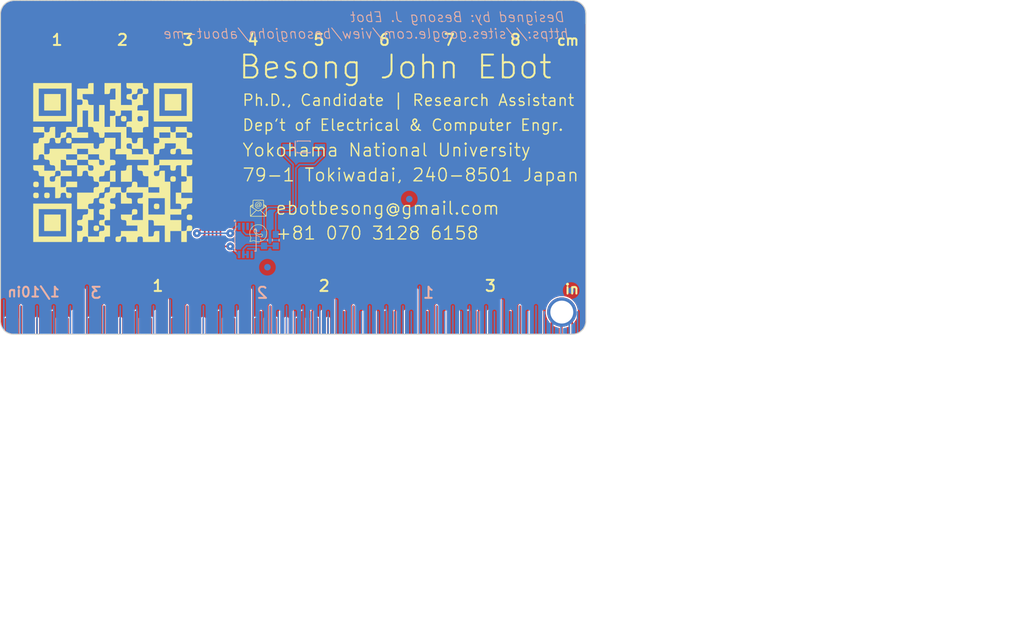
<source format=kicad_pcb>
(kicad_pcb (version 20171130) (host pcbnew "(5.1.6)-1")
  (layers (0 F.Cu signal) (31 B.Cu signal hide) (34 B.Paste user hide) (35 F.Paste user hide) (36 B.SilkS user hide) (37 F.SilkS user) (38 B.Mask user hide) (39 F.Mask user hide) (44 Edge.Cuts user))
  (net 0 "")
  (module Textbox:qr-website (layer F.Cu) (at 67.945 75.565)
    (fp_text reference G*** hide)
    (fp_text value LOGO hide)
  )
  (module textbox:besticon (layer F.Cu) (at 90.17 86.36)
    (fp_text reference G*** hide)
    (fp_text value LOGO hide)
  )
  (module textbox:tel (layer F.Cu) (at 90.17 83.82)
    (fp_text reference G*** hide)
    (fp_text value LOGO hide)
  )
  (module textbox:mail2 (layer F.Cu) (at 90.17 82.55)
    (fp_text reference G*** hide)
    (fp_text value LOGO hide)
  )
  (module "bga:Back Side LED" (layer B.Cu) (at 97.3074 68.5788)
    (fp_text reference REF** hide)
    (fp_text value "Back Side LED" hide)
    (pad 2 smd rect (at 2.29 4.6) (size 1.58 0.9) (layers B.Cu B.Paste B.Mask))
    (pad 1 smd rect (at -2.67 4.6) (size 1.58 0.9) (layers B.Cu B.Paste B.Mask))
  )
  (module "" (layer F.Cu) (at 109.601 80.3656)
    (fp_text reference "" (at 97.3074 68.5038) (layer F.SilkS) (effects (font (size 1.27 1.27))))
    (fp_text value "" (at 97.3074 68.5038) (layer F.SilkS) (effects (font (size 1.27 1.27))))
  )
  (module Capacitor_SMD:C_0603_1608Metric_Pad1.05x0.95mm_HandSolder (layer B.Cu) (at 91.059 87.4268 270)
    (fp_text reference C hide)
    (fp_text value C_0603_1608Metric_Pad1.05x0.95mm_HandSolder)
    (pad 2 smd rect (at 0.875 0 270) (size 1.05 0.95) (layers B.Cu B.Paste B.Mask))
    (pad 1 smd rect (at -0.875 0 270) (size 1.05 0.95) (layers B.Cu B.Paste B.Mask))
  )
  (module Package_SO:TSSOP-8_3x3mm_P0.65mm (layer B.Cu) (at 88.2142 87.4776 270)
    (fp_text reference REF** hide)
    (fp_text value TSSOP-8_3x3mm_P0.65mm)
    (pad 8 smd rect (at 2.15 0.975 270) (size 1.1 0.4) (layers B.Cu B.Paste B.Mask))
    (pad 7 smd rect (at 2.15 0.325 270) (size 1.1 0.4) (layers B.Cu B.Paste B.Mask))
    (pad 6 smd rect (at 2.15 -0.325 270) (size 1.1 0.4) (layers B.Cu B.Paste B.Mask))
    (pad 5 smd rect (at 2.15 -0.975 270) (size 1.1 0.4) (layers B.Cu B.Paste B.Mask))
    (pad 4 smd rect (at -2.15 -0.975 270) (size 1.1 0.4) (layers B.Cu B.Paste B.Mask))
    (pad 3 smd rect (at -2.15 -0.325 270) (size 1.1 0.4) (layers B.Cu B.Paste B.Mask))
    (pad 2 smd rect (at -2.15 0.325 270) (size 1.1 0.4) (layers B.Cu B.Paste B.Mask))
    (pad 1 smd rect (at -2.15 0.975 270) (size 1.1 0.4) (layers B.Cu B.Paste B.Mask))
  )
  (module Resistor_SMD:R_0603_1608Metric_Pad1.05x0.95mm_HandSolder (layer B.Cu) (at 92.837 87.4268 90)
    (fp_text reference R hide)
    (fp_text value R_0603_1608Metric_Pad1.05x0.95mm_HandSolder)
    (pad 2 smd rect (at 0.875 0 90) (size 1.05 0.95) (layers B.Cu B.Paste B.Mask))
    (pad 1 smd rect (at -0.875 0 90) (size 1.05 0.95) (layers B.Cu B.Paste B.Mask))
  )
  (module Fiducials:Fiducial_1mm_Dia_2.54mm_Outer_CopperBottom (layer F.Cu) (at 113.2332 81.153)
    (fp_text reference REF** hide)
    (fp_text value Fiducial_1mm_Dia_2.54mm_Outer_CopperBottom hide)
    (pad ~ smd circle (at 0 0) (size 1 1) (layers B.Cu B.Mask) (clearance 0.77))
  )
  (module Fiducials:Fiducial_1mm_Dia_2.54mm_Outer_CopperBottom (layer F.Cu) (at 91.567 91.567)
    (fp_text reference REF** hide)
    (fp_text value Fiducial_1mm_Dia_2.54mm_Outer_CopperBottom hide)
    (pad ~ smd circle (at 0 0) (size 1 1) (layers B.Cu B.Mask) (clearance 0.77))
  )
  (module Fiducials:Fiducial_1mm_Dia_2.54mm_Outer_CopperBottom (layer F.Cu) (at 137.9601 95.1357)
    (fp_text reference REF** hide)
    (fp_text value Fiducial_1mm_Dia_2.54mm_Outer_CopperBottom hide)
    (pad ~ smd circle (at 0 0) (size 1 1) (layers B.Cu B.Mask) (clearance 0.77))
  )
  (gr_text "79-1 Tokiwadai, 240-8501 Japan" (at 87.63 77.47) (layer F.SilkS) (effects (font (size 1.95 1.95) (thickness 0.2)) (justify left)))
  (gr_text "Designed by: Besong J. Ebot" (at 120.65 53.34) (layer B.SilkS) (effects (font (size 1.5 1.5) (thickness 0.15) italic) (justify mirror)))
  (gr_text "Yokohama National University" (at 87.63 73.66) (layer F.SilkS) (effects (font (size 1.95 1.95) (thickness 0.2)) (justify left)))
  (gr_text "Dep't of Electrical & Computer Engr." (at 87.63 69.85) (layer F.SilkS) (effects (font (size 1.73 1.73) (thickness 0.2)) (justify left)))
  (gr_line (start 95.82 72.28) (end 95.82 73.96) (layer B.SilkS) (width 0.15))
  (gr_circle (center 86.58 84.47) (end 86.51 84.54) (layer B.SilkS) (width 0.15))
  (gr_text https://sites.google.com/view/besongjohn/about-me (at 106.68 55.88) (layer B.SilkS) (effects (font (size 1.5 1.5) (thickness 0.15) italic) (justify mirror)))
  (gr_line (start 52.832 50.8) (end 138.176 50.8) (layer Edge.Cuts) (width 0.15))
  (gr_line (start 50.8 99.839) (end 50.8 52.832) (layer Edge.Cuts) (width 0.15))
  (gr_line (start 138.176 101.8075) (end 52.7685 101.8075) (layer Edge.Cuts) (width 0.15))
  (gr_line (start 140.208 99.7755) (end 140.208 52.832) (layer Edge.Cuts) (width 0.15))
  (gr_text "+81 070 3128 6158" (at 92.71 86.36) (layer F.SilkS) (effects (font (size 1.95 1.95) (thickness 0.2)) (justify left)))
  (gr_arc (start 52.7685 99.839) (end 50.8 99.839) (angle -90) (layer Edge.Cuts) (width 0.15))
  (gr_arc (start 138.176 99.7755) (end 138.176 101.8075) (angle -90) (layer Edge.Cuts) (width 0.15))
  (gr_text ebotbesong@gmail.com (at 92.71 82.55) (layer F.SilkS) (effects (font (size 1.95 1.95) (thickness 0.2)) (justify left)))
  (gr_text 1/10in (at 55.85 95.37) (layer B.SilkS) (effects (font (size 1.5 1.5) (thickness 0.3)) (justify mirror)))
  (gr_text 3 (at 65.3672 95.48104) (layer B.SilkS) (effects (font (size 1.7 1.7) (thickness 0.3)) (justify mirror)))
  (gr_text 2 (at 90.77228 95.48104) (layer B.SilkS) (effects (font (size 1.7 1.7) (thickness 0.3)) (justify mirror)))
  (gr_text 1 (at 116.1672 95.47596) (layer B.SilkS) (effects (font (size 1.7 1.7) (thickness 0.3)) (justify mirror)))
  (gr_text cm (at 137.4684 56.9144) (layer F.SilkS) (effects (font (size 1.5 1.5) (thickness 0.3))))
  (gr_text "in\n" (at 138.076 94.9148) (layer F.SilkS) (effects (font (size 1.5 1.5) (thickness 0.3))))
  (gr_text 8 (at 129.4408 56.8244) (layer F.SilkS) (effects (font (size 1.7 1.7) (thickness 0.3))))
  (gr_text "7\n" (at 119.3524 56.8244) (layer F.SilkS) (effects (font (size 1.7 1.7) (thickness 0.3))))
  (gr_text 6 (at 109.4414 56.8244) (layer F.SilkS) (effects (font (size 1.7 1.7) (thickness 0.3))))
  (gr_text 5 (at 99.4388 56.8244) (layer F.SilkS) (effects (font (size 1.7 1.7) (thickness 0.3))))
  (gr_text 4 (at 89.362 56.8244) (layer F.SilkS) (effects (font (size 1.7 1.7) (thickness 0.3))))
  (gr_text 3 (at 79.4336 56.8244) (layer F.SilkS) (effects (font (size 1.7 1.7) (thickness 0.3))))
  (gr_text 2 (at 69.436 56.8244) (layer F.SilkS) (effects (font (size 1.7 1.7) (thickness 0.3))))
  (gr_text 1 (at 59.4392 56.8244) (layer F.SilkS) (effects (font (size 1.7 1.7) (thickness 0.3))))
  (gr_text 3 (at 125.6284 94.4248) (layer F.SilkS) (effects (font (size 1.7 1.7) (thickness 0.3))))
  (gr_text 2 (at 100.2376 94.4248) (layer F.SilkS) (effects (font (size 1.7 1.7) (thickness 0.3))))
  (gr_text 1 (at 74.8384 94.4248) (layer F.SilkS) (effects (font (size 1.7 1.7) (thickness 0.3))))
  (gr_arc (start 138.176 52.832) (end 138.176 50.8) (angle 90) (layer Edge.Cuts) (width 0.15))
  (gr_arc (start 52.832 52.832) (end 50.8 52.832) (angle 90) (layer Edge.Cuts) (width 0.15))
  (gr_text "Besong John Ebot" (at 86.99044 60.96) (layer F.SilkS) (effects (font (size 3.5 3.5) (thickness 0.3)) (justify left)))
  (gr_text "Ph.D., Candidate | Research Assistant" (at 87.63 66.04) (layer F.SilkS) (effects (font (size 1.73 1.73) (thickness 0.2)) (justify left)))
  (segment (start 80.3 53.43) (end 80.3 50.89) (width 0.15) (layer F.Cu) (net 0))
  (segment (start 79.3 53.43) (end 79.3 50.89) (width 0.15) (layer F.Cu) (net 0))
  (segment (start 78.3 53.43) (end 78.3 50.89) (width 0.15) (layer F.Cu) (net 0))
  (segment (start 77.3 53.43) (end 77.3 50.89) (width 0.15) (layer F.Cu) (net 0))
  (segment (start 76.3 53.43) (end 76.3 50.89) (width 0.15) (layer F.Cu) (net 0))
  (segment (start 75.3 53.43) (end 75.3 50.89) (width 0.15) (layer F.Cu) (net 0))
  (segment (start 74.3 53.43) (end 74.3 50.89) (width 0.15) (layer F.Cu) (net 0))
  (segment (start 73.3 53.43) (end 73.3 50.89) (width 0.15) (layer F.Cu) (net 0))
  (segment (start 72.3 53.43) (end 72.3 50.89) (width 0.15) (layer F.Cu) (net 0))
  (segment (start 71.3 53.43) (end 71.3 50.89) (width 0.15) (layer F.Cu) (net 0))
  (segment (start 70.3 53.43) (end 70.3 50.89) (width 0.15) (layer F.Cu) (net 0))
  (segment (start 69.3 53.43) (end 69.3 50.89) (width 0.15) (layer F.Cu) (net 0))
  (segment (start 68.3 53.43) (end 68.3 50.89) (width 0.15) (layer F.Cu) (net 0))
  (segment (start 67.3 53.43) (end 67.3 50.89) (width 0.15) (layer F.Cu) (net 0))
  (segment (start 66.3 53.43) (end 66.3 50.89) (width 0.15) (layer F.Cu) (net 0))
  (segment (start 65.3 53.43) (end 65.3 50.89) (width 0.15) (layer F.Cu) (net 0))
  (segment (start 64.3 53.43) (end 64.3 50.89) (width 0.15) (layer F.Cu) (net 0))
  (segment (start 63.3 53.43) (end 63.3 50.89) (width 0.15) (layer F.Cu) (net 0))
  (segment (start 62.3 53.43) (end 62.3 50.89) (width 0.15) (layer F.Cu) (net 0))
  (segment (start 61.3 53.43) (end 61.3 50.89) (width 0.15) (layer F.Cu) (net 0))
  (segment (start 60.3 53.43) (end 60.3 50.89) (width 0.15) (layer F.Cu) (net 0))
  (segment (start 59.3 53.43) (end 59.3 50.89) (width 0.15) (layer F.Cu) (net 0))
  (segment (start 58.3 53.43) (end 58.3 50.89) (width 0.15) (layer F.Cu) (net 0))
  (segment (start 57.3 53.43) (end 57.3 50.89) (width 0.15) (layer F.Cu) (net 0))
  (segment (start 56.3 53.43) (end 56.3 50.89) (width 0.15) (layer F.Cu) (net 0))
  (segment (start 55.3 53.43) (end 55.3 50.89) (width 0.15) (layer F.Cu) (net 0))
  (segment (start 54.3 53.43) (end 54.3 50.89) (width 0.15) (layer F.Cu) (net 0))
  (segment (start 53.3 53.43) (end 53.3 50.89) (width 0.15) (layer F.Cu) (net 0))
  (segment (start 52.3 53.43) (end 52.3 50.94) (width 0.15) (layer F.Cu) (net 0))
  (segment (start 64.008 94.5214) (end 64.008 101.735) (width 0.25) (layer B.Cu) (net 0))
  (segment (start 89.408 94.5214) (end 89.408 101.735) (width 0.25) (layer B.Cu) (net 0))
  (segment (start 114.808 94.5214) (end 114.808 101.735) (width 0.25) (layer B.Cu) (net 0))
  (segment (start 53.848 97.5186) (end 53.848 101.735) (width 0.25) (layer B.Cu) (net 0))
  (segment (start 56.388 97.5186) (end 56.388 101.735) (width 0.25) (layer B.Cu) (net 0))
  (segment (start 58.928 97.5186) (end 58.928 101.735) (width 0.25) (layer B.Cu) (net 0))
  (segment (start 61.468 97.5186) (end 61.468 101.735) (width 0.25) (layer B.Cu) (net 0))
  (segment (start 66.548 97.5186) (end 66.548 101.735) (width 0.25) (layer B.Cu) (net 0))
  (segment (start 69.088 97.5186) (end 69.088 101.735) (width 0.25) (layer B.Cu) (net 0))
  (segment (start 71.628 97.5186) (end 71.628 101.735) (width 0.25) (layer B.Cu) (net 0))
  (segment (start 74.168 97.5186) (end 74.168 101.735) (width 0.25) (layer B.Cu) (net 0))
  (segment (start 79.248 97.5186) (end 79.248 101.735) (width 0.25) (layer B.Cu) (net 0))
  (segment (start 81.788 97.5186) (end 81.788 101.735) (width 0.25) (layer B.Cu) (net 0))
  (segment (start 84.328 97.5186) (end 84.328 101.735) (width 0.25) (layer B.Cu) (net 0))
  (segment (start 86.868 97.5186) (end 86.868 101.735) (width 0.25) (layer B.Cu) (net 0))
  (segment (start 91.948 97.5186) (end 91.948 101.735) (width 0.25) (layer B.Cu) (net 0))
  (segment (start 94.488 97.5186) (end 94.488 101.735) (width 0.25) (layer B.Cu) (net 0))
  (segment (start 97.028 97.5186) (end 97.028 101.735) (width 0.25) (layer B.Cu) (net 0))
  (segment (start 90.678 98.3822) (end 90.678 101.735) (width 0.25) (layer B.Cu) (net 0))
  (segment (start 93.218 98.3822) (end 93.218 101.735) (width 0.25) (layer B.Cu) (net 0))
  (segment (start 95.758 98.3822) (end 95.758 101.735) (width 0.25) (layer B.Cu) (net 0))
  (segment (start 98.298 98.3822) (end 98.298 101.735) (width 0.25) (layer B.Cu) (net 0))
  (segment (start 99.568 97.5186) (end 99.568 101.735) (width 0.25) (layer B.Cu) (net 0))
  (segment (start 100.838 98.3822) (end 100.838 101.735) (width 0.25) (layer B.Cu) (net 0))
  (segment (start 104.648 97.5186) (end 104.648 101.735) (width 0.25) (layer B.Cu) (net 0))
  (segment (start 107.188 97.5186) (end 107.188 101.735) (width 0.25) (layer B.Cu) (net 0))
  (segment (start 109.728 97.5186) (end 109.728 101.735) (width 0.25) (layer B.Cu) (net 0))
  (segment (start 103.378 98.3822) (end 103.378 101.735) (width 0.25) (layer B.Cu) (net 0))
  (segment (start 105.918 98.3822) (end 105.918 101.735) (width 0.25) (layer B.Cu) (net 0))
  (segment (start 108.458 98.3822) (end 108.458 101.735) (width 0.25) (layer B.Cu) (net 0))
  (segment (start 110.998 98.3822) (end 110.998 101.735) (width 0.25) (layer B.Cu) (net 0))
  (segment (start 112.268 97.5186) (end 112.268 101.735) (width 0.25) (layer B.Cu) (net 0))
  (segment (start 113.538 98.3822) (end 113.538 101.735) (width 0.25) (layer B.Cu) (net 0))
  (segment (start 117.348 97.5186) (end 117.348 101.735) (width 0.25) (layer B.Cu) (net 0))
  (segment (start 119.888 97.5186) (end 119.888 101.735) (width 0.25) (layer B.Cu) (net 0))
  (segment (start 122.428 97.5186) (end 122.428 101.735) (width 0.25) (layer B.Cu) (net 0))
  (segment (start 116.078 98.3822) (end 116.078 101.735) (width 0.25) (layer B.Cu) (net 0))
  (segment (start 118.618 98.3822) (end 118.618 101.735) (width 0.25) (layer B.Cu) (net 0))
  (segment (start 121.158 98.3822) (end 121.158 101.735) (width 0.25) (layer B.Cu) (net 0))
  (segment (start 123.698 98.3822) (end 123.698 101.735) (width 0.25) (layer B.Cu) (net 0))
  (segment (start 124.968 97.5186) (end 124.968 101.735) (width 0.25) (layer B.Cu) (net 0))
  (segment (start 126.238 98.3822) (end 126.238 101.735) (width 0.25) (layer B.Cu) (net 0))
  (segment (start 130.048 97.5186) (end 130.048 101.735) (width 0.25) (layer B.Cu) (net 0))
  (segment (start 132.588 97.5186) (end 132.588 101.735) (width 0.25) (layer B.Cu) (net 0))
  (segment (start 135.128 97.5186) (end 135.128 101.735) (width 0.25) (layer B.Cu) (net 0))
  (segment (start 128.778 98.3822) (end 128.778 101.735) (width 0.25) (layer B.Cu) (net 0))
  (segment (start 131.318 98.3822) (end 131.318 101.735) (width 0.25) (layer B.Cu) (net 0))
  (segment (start 133.858 98.3822) (end 133.858 101.735) (width 0.25) (layer B.Cu) (net 0))
  (segment (start 136.398 98.3822) (end 136.398 101.735) (width 0.25) (layer B.Cu) (net 0))
  (segment (start 51.308 96.6042) (end 51.308 101.05) (width 0.25) (layer B.Cu) (net 0))
  (segment (start 76.708 96.6042) (end 76.708 101.735) (width 0.25) (layer B.Cu) (net 0))
  (segment (start 102.108 96.6042) (end 102.108 101.735) (width 0.25) (layer B.Cu) (net 0))
  (segment (start 127.508 96.6042) (end 127.508 101.735) (width 0.25) (layer B.Cu) (net 0))
  (segment (start 137.668 97.5186) (end 137.668 101.735) (width 0.25) (layer B.Cu) (net 0))
  (segment (start 138.938 98.3822) (end 138.938 101.58) (width 0.25) (layer B.Cu) (net 0))
  (segment (start 139.8 54.319) (end 139.8 51.78) (width 0.25) (layer F.Cu) (net 0))
  (segment (start 134.8 54.319) (end 134.8 50.89) (width 0.25) (layer F.Cu) (net 0))
  (segment (start 129.8 54.319) (end 129.8 50.89) (width 0.25) (layer F.Cu) (net 0))
  (segment (start 124.8 54.319) (end 124.8 50.89) (width 0.25) (layer F.Cu) (net 0))
  (segment (start 119.8 54.319) (end 119.8 50.89) (width 0.25) (layer F.Cu) (net 0))
  (segment (start 114.8 54.319) (end 114.8 50.89) (width 0.25) (layer F.Cu) (net 0))
  (segment (start 109.8 54.319) (end 109.8 50.89) (width 0.25) (layer F.Cu) (net 0))
  (segment (start 104.8 54.319) (end 104.8 50.89) (width 0.25) (layer F.Cu) (net 0))
  (segment (start 99.8 54.319) (end 99.8 50.89) (width 0.25) (layer F.Cu) (net 0))
  (segment (start 94.8 54.319) (end 94.8 50.89) (width 0.25) (layer F.Cu) (net 0))
  (segment (start 89.8 54.319) (end 89.8 50.89) (width 0.25) (layer F.Cu) (net 0))
  (segment (start 84.8 54.319) (end 84.8 50.89) (width 0.25) (layer F.Cu) (net 0))
  (segment (start 79.8 54.319) (end 79.8 50.89) (width 0.25) (layer F.Cu) (net 0))
  (segment (start 74.8 54.319) (end 74.8 50.89) (width 0.25) (layer F.Cu) (net 0))
  (segment (start 138.8 54.319) (end 138.8 50.99) (width 0.25) (layer F.Cu) (net 0))
  (segment (start 133.8 54.319) (end 133.8 50.89) (width 0.25) (layer F.Cu) (net 0))
  (segment (start 128.8 54.319) (end 128.8 50.89) (width 0.25) (layer F.Cu) (net 0))
  (segment (start 123.8 54.319) (end 123.8 50.89) (width 0.25) (layer F.Cu) (net 0))
  (segment (start 118.8 54.319) (end 118.8 50.89) (width 0.25) (layer F.Cu) (net 0))
  (segment (start 113.8 54.319) (end 113.8 50.89) (width 0.25) (layer F.Cu) (net 0))
  (segment (start 108.8 54.319) (end 108.8 50.89) (width 0.25) (layer F.Cu) (net 0))
  (segment (start 103.8 54.319) (end 103.8 50.89) (width 0.25) (layer F.Cu) (net 0))
  (segment (start 98.8 54.319) (end 98.8 50.89) (width 0.25) (layer F.Cu) (net 0))
  (segment (start 93.8 54.319) (end 93.8 50.89) (width 0.25) (layer F.Cu) (net 0))
  (segment (start 88.8 54.319) (end 88.8 50.89) (width 0.25) (layer F.Cu) (net 0))
  (segment (start 83.8 54.319) (end 83.8 50.89) (width 0.25) (layer F.Cu) (net 0))
  (segment (start 78.8 54.319) (end 78.8 50.89) (width 0.25) (layer F.Cu) (net 0))
  (segment (start 73.8 54.319) (end 73.8 50.89) (width 0.25) (layer F.Cu) (net 0))
  (segment (start 137.8 54.319) (end 137.8 50.89) (width 0.25) (layer F.Cu) (net 0))
  (segment (start 132.8 54.319) (end 132.8 50.89) (width 0.25) (layer F.Cu) (net 0))
  (segment (start 127.8 54.319) (end 127.8 50.89) (width 0.25) (layer F.Cu) (net 0))
  (segment (start 122.8 54.319) (end 122.8 50.89) (width 0.25) (layer F.Cu) (net 0))
  (segment (start 117.8 54.319) (end 117.8 50.89) (width 0.25) (layer F.Cu) (net 0))
  (segment (start 112.8 54.319) (end 112.8 50.89) (width 0.25) (layer F.Cu) (net 0))
  (segment (start 107.8 54.319) (end 107.8 50.89) (width 0.25) (layer F.Cu) (net 0))
  (segment (start 102.8 54.319) (end 102.8 50.89) (width 0.25) (layer F.Cu) (net 0))
  (segment (start 97.8 54.319) (end 97.8 50.89) (width 0.25) (layer F.Cu) (net 0))
  (segment (start 92.8 54.319) (end 92.8 50.89) (width 0.25) (layer F.Cu) (net 0))
  (segment (start 87.8 54.319) (end 87.8 50.89) (width 0.25) (layer F.Cu) (net 0))
  (segment (start 82.8 54.319) (end 82.8 50.89) (width 0.25) (layer F.Cu) (net 0))
  (segment (start 77.8 54.319) (end 77.8 50.89) (width 0.25) (layer F.Cu) (net 0))
  (segment (start 72.8 54.319) (end 72.8 50.89) (width 0.25) (layer F.Cu) (net 0))
  (segment (start 136.8 54.319) (end 136.8 50.89) (width 0.25) (layer F.Cu) (net 0))
  (segment (start 131.8 54.319) (end 131.8 50.89) (width 0.25) (layer F.Cu) (net 0))
  (segment (start 126.8 54.319) (end 126.8 50.89) (width 0.25) (layer F.Cu) (net 0))
  (segment (start 121.8 54.319) (end 121.8 50.89) (width 0.25) (layer F.Cu) (net 0))
  (segment (start 116.8 54.319) (end 116.8 50.89) (width 0.25) (layer F.Cu) (net 0))
  (segment (start 111.8 54.319) (end 111.8 50.89) (width 0.25) (layer F.Cu) (net 0))
  (segment (start 106.8 54.319) (end 106.8 50.89) (width 0.25) (layer F.Cu) (net 0))
  (segment (start 101.8 54.319) (end 101.8 50.89) (width 0.25) (layer F.Cu) (net 0))
  (segment (start 96.8 54.319) (end 96.8 50.89) (width 0.25) (layer F.Cu) (net 0))
  (segment (start 91.8 54.319) (end 91.8 50.89) (width 0.25) (layer F.Cu) (net 0))
  (segment (start 86.8 54.319) (end 86.8 50.89) (width 0.25) (layer F.Cu) (net 0))
  (segment (start 81.8 54.319) (end 81.8 50.89) (width 0.25) (layer F.Cu) (net 0))
  (segment (start 76.8 54.319) (end 76.8 50.89) (width 0.25) (layer F.Cu) (net 0))
  (segment (start 71.8 54.319) (end 71.8 50.89) (width 0.25) (layer F.Cu) (net 0))
  (segment (start 69.8 54.319) (end 69.8 50.89) (width 0.25) (layer F.Cu) (net 0))
  (segment (start 68.8 54.319) (end 68.8 50.89) (width 0.25) (layer F.Cu) (net 0))
  (segment (start 67.8 54.319) (end 67.8 50.89) (width 0.25) (layer F.Cu) (net 0))
  (segment (start 66.8 54.319) (end 66.8 50.89) (width 0.25) (layer F.Cu) (net 0))
  (segment (start 64.8 54.319) (end 64.8 50.89) (width 0.25) (layer F.Cu) (net 0))
  (segment (start 63.8 54.319) (end 63.8 50.89) (width 0.25) (layer F.Cu) (net 0))
  (segment (start 62.8 54.319) (end 62.8 50.89) (width 0.25) (layer F.Cu) (net 0))
  (segment (start 61.8 54.319) (end 61.8 50.89) (width 0.25) (layer F.Cu) (net 0))
  (segment (start 59.8 54.319) (end 59.8 50.89) (width 0.25) (layer F.Cu) (net 0))
  (segment (start 58.8 54.319) (end 58.8 50.89) (width 0.25) (layer F.Cu) (net 0))
  (segment (start 57.8 54.319) (end 57.8 50.89) (width 0.25) (layer F.Cu) (net 0))
  (segment (start 56.8 54.319) (end 56.8 50.89) (width 0.25) (layer F.Cu) (net 0))
  (segment (start 54.8 54.319) (end 54.8 50.89) (width 0.25) (layer F.Cu) (net 0))
  (segment (start 53.8 54.319) (end 53.8 50.89) (width 0.25) (layer F.Cu) (net 0))
  (segment (start 52.8 54.319) (end 52.8 50.89) (width 0.25) (layer F.Cu) (net 0))
  (segment (start 51.8 54.319) (end 51.8 51.2) (width 0.25) (layer F.Cu) (net 0))
  (segment (start 135.8 55.335) (end 135.8 50.89) (width 0.25) (layer F.Cu) (net 0))
  (segment (start 125.8 55.335) (end 125.8 50.89) (width 0.25) (layer F.Cu) (net 0))
  (segment (start 115.8 55.335) (end 115.8 50.89) (width 0.25) (layer F.Cu) (net 0))
  (segment (start 105.8 55.335) (end 105.8 50.89) (width 0.25) (layer F.Cu) (net 0))
  (segment (start 95.8 55.335) (end 95.8 50.89) (width 0.25) (layer F.Cu) (net 0))
  (segment (start 85.8 55.335) (end 85.8 50.89) (width 0.25) (layer F.Cu) (net 0))
  (segment (start 75.8 55.335) (end 75.8 50.89) (width 0.25) (layer F.Cu) (net 0))
  (segment (start 65.8 55.335) (end 65.8 50.89) (width 0.25) (layer F.Cu) (net 0))
  (segment (start 55.8 55.335) (end 55.8 50.89) (width 0.25) (layer F.Cu) (net 0))
  (segment (start 130.8 57.621) (end 130.8 50.89) (width 0.25) (layer F.Cu) (net 0))
  (segment (start 120.8 57.621) (end 120.8 50.89) (width 0.25) (layer F.Cu) (net 0))
  (segment (start 110.8 57.621) (end 110.8 50.89) (width 0.25) (layer F.Cu) (net 0))
  (segment (start 100.8 57.621) (end 100.8 50.89) (width 0.25) (layer F.Cu) (net 0))
  (segment (start 90.8 57.621) (end 90.8 50.89) (width 0.25) (layer F.Cu) (net 0))
  (segment (start 80.8 57.621) (end 80.8 50.89) (width 0.25) (layer F.Cu) (net 0))
  (segment (start 70.8 57.621) (end 70.8 50.89) (width 0.25) (layer F.Cu) (net 0))
  (segment (start 60.8 57.621) (end 60.8 50.89) (width 0.25) (layer F.Cu) (net 0))
  (segment (start 139.7 95.0475) (end 139.7 101.03) (width 0.25) (layer F.Cu) (net 0))
  (segment (start 114.3 95.0475) (end 114.3 101.715) (width 0.25) (layer F.Cu) (net 0))
  (segment (start 133.35 96.254) (end 133.35 101.715) (width 0.25) (layer F.Cu) (net 0))
  (segment (start 120.65 96.254) (end 120.65 101.715) (width 0.25) (layer F.Cu) (net 0))
  (segment (start 107.95 96.254) (end 107.95 101.715) (width 0.25) (layer F.Cu) (net 0))
  (segment (start 136.525 97.524) (end 136.525 101.715) (width 0.25) (layer F.Cu) (net 0))
  (segment (start 130.175 97.524) (end 130.175 101.715) (width 0.25) (layer F.Cu) (net 0))
  (segment (start 123.825 97.524) (end 123.825 101.715) (width 0.25) (layer F.Cu) (net 0))
  (segment (start 117.475 97.524) (end 117.475 101.715) (width 0.25) (layer F.Cu) (net 0))
  (segment (start 111.125 97.524) (end 111.125 101.715) (width 0.25) (layer F.Cu) (net 0))
  (segment (start 104.775 97.524) (end 104.775 101.715) (width 0.25) (layer F.Cu) (net 0))
  (segment (start 138.1125 101.715) (end 138.1125 98.3495) (width 0.25) (layer F.Cu) (net 0))
  (segment (start 134.9375 101.715) (end 134.9375 98.3495) (width 0.25) (layer F.Cu) (net 0))
  (segment (start 131.7625 101.715) (end 131.7625 98.3495) (width 0.25) (layer F.Cu) (net 0))
  (segment (start 125.4125 101.715) (end 125.4125 98.3495) (width 0.25) (layer F.Cu) (net 0))
  (segment (start 128.5875 101.715) (end 128.5875 98.3495) (width 0.25) (layer F.Cu) (net 0))
  (segment (start 122.2375 101.715) (end 122.2375 98.3495) (width 0.25) (layer F.Cu) (net 0))
  (segment (start 119.0625 101.715) (end 119.0625 98.3495) (width 0.25) (layer F.Cu) (net 0))
  (segment (start 115.8875 101.715) (end 115.8875 98.3495) (width 0.25) (layer F.Cu) (net 0))
  (segment (start 112.7125 101.715) (end 112.7125 98.3495) (width 0.25) (layer F.Cu) (net 0))
  (segment (start 109.5375 101.715) (end 109.5375 98.3495) (width 0.25) (layer F.Cu) (net 0))
  (segment (start 106.3625 101.715) (end 106.3625 98.3495) (width 0.25) (layer F.Cu) (net 0))
  (segment (start 127 93.46) (end 127 101.715) (width 0.25) (layer F.Cu) (net 0))
  (segment (start 103.1875 101.715) (end 103.1875 98.3495) (width 0.25) (layer F.Cu) (net 0))
  (segment (start 100.0125 98.3595) (end 100.0125 101.725) (width 0.25) (layer F.Cu) (net 0))
  (segment (start 101.6 93.46) (end 101.6 101.715) (width 0.25) (layer F.Cu) (net 0))
  (segment (start 76.2 93.47) (end 76.2 101.725) (width 0.25) (layer F.Cu) (net 0))
  (segment (start 88.9 95.0575) (end 88.9 101.725) (width 0.25) (layer F.Cu) (net 0))
  (segment (start 63.5 95.0575) (end 63.5 101.725) (width 0.25) (layer F.Cu) (net 0))
  (segment (start 95.25 96.264) (end 95.25 101.725) (width 0.25) (layer F.Cu) (net 0))
  (segment (start 82.55 96.264) (end 82.55 101.725) (width 0.25) (layer F.Cu) (net 0))
  (segment (start 69.85 96.264) (end 69.85 101.725) (width 0.25) (layer F.Cu) (net 0))
  (segment (start 57.15 96.264) (end 57.15 101.725) (width 0.25) (layer F.Cu) (net 0))
  (segment (start 98.425 97.534) (end 98.425 101.725) (width 0.25) (layer F.Cu) (net 0))
  (segment (start 92.075 97.534) (end 92.075 101.725) (width 0.25) (layer F.Cu) (net 0))
  (segment (start 85.725 97.534) (end 85.725 101.725) (width 0.25) (layer F.Cu) (net 0))
  (segment (start 79.375 97.534) (end 79.375 101.725) (width 0.25) (layer F.Cu) (net 0))
  (segment (start 73.025 97.534) (end 73.025 101.725) (width 0.25) (layer F.Cu) (net 0))
  (segment (start 66.675 97.534) (end 66.675 101.725) (width 0.25) (layer F.Cu) (net 0))
  (segment (start 60.325 97.534) (end 60.325 101.725) (width 0.25) (layer F.Cu) (net 0))
  (segment (start 53.975 97.534) (end 53.975 101.725) (width 0.25) (layer F.Cu) (net 0))
  (segment (start 96.8375 98.3595) (end 96.8375 101.725) (width 0.25) (layer F.Cu) (net 0))
  (segment (start 93.6625 98.3595) (end 93.6625 101.725) (width 0.25) (layer F.Cu) (net 0))
  (segment (start 90.4875 98.3595) (end 90.4875 101.725) (width 0.25) (layer F.Cu) (net 0))
  (segment (start 87.3125 98.3595) (end 87.3125 101.725) (width 0.25) (layer F.Cu) (net 0))
  (segment (start 84.1375 98.3595) (end 84.1375 101.725) (width 0.25) (layer F.Cu) (net 0))
  (segment (start 80.9625 98.3595) (end 80.9625 101.725) (width 0.25) (layer F.Cu) (net 0))
  (segment (start 77.7875 98.3595) (end 77.7875 101.725) (width 0.25) (layer F.Cu) (net 0))
  (segment (start 74.6125 98.3595) (end 74.6125 101.725) (width 0.25) (layer F.Cu) (net 0))
  (segment (start 71.4375 98.3595) (end 71.4375 101.725) (width 0.25) (layer F.Cu) (net 0))
  (segment (start 68.2625 98.3595) (end 68.2625 101.725) (width 0.25) (layer F.Cu) (net 0))
  (segment (start 65.0875 98.3595) (end 65.0875 101.725) (width 0.25) (layer F.Cu) (net 0))
  (segment (start 61.9125 98.3595) (end 61.9125 101.725) (width 0.25) (layer F.Cu) (net 0))
  (segment (start 58.7375 98.3595) (end 58.7375 101.725) (width 0.25) (layer F.Cu) (net 0))
  (segment (start 55.5625 98.3595) (end 55.5625 101.725) (width 0.25) (layer F.Cu) (net 0))
  (segment (start 52.3875 98.3595) (end 52.3875 101.7) (width 0.25) (layer F.Cu) (net 0))
  (segment (start 51.59375 99.439) (end 51.59375 101.33) (width 0.25) (layer F.Cu) (net 0))
  (segment (start 100.80625 99.439) (end 100.80625 101.725) (width 0.25) (layer F.Cu) (net 0))
  (segment (start 99.21875 99.439) (end 99.21875 101.725) (width 0.25) (layer F.Cu) (net 0))
  (segment (start 97.63125 99.439) (end 97.63125 101.725) (width 0.25) (layer F.Cu) (net 0))
  (segment (start 96.04375 99.439) (end 96.04375 101.725) (width 0.25) (layer F.Cu) (net 0))
  (segment (start 94.45625 99.439) (end 94.45625 101.725) (width 0.25) (layer F.Cu) (net 0))
  (segment (start 92.86875 99.439) (end 92.86875 101.725) (width 0.25) (layer F.Cu) (net 0))
  (segment (start 91.28125 99.439) (end 91.28125 101.725) (width 0.25) (layer F.Cu) (net 0))
  (segment (start 89.69375 99.439) (end 89.69375 101.725) (width 0.25) (layer F.Cu) (net 0))
  (segment (start 88.10625 99.439) (end 88.10625 101.725) (width 0.25) (layer F.Cu) (net 0))
  (segment (start 86.51875 99.439) (end 86.51875 101.725) (width 0.25) (layer F.Cu) (net 0))
  (segment (start 84.93125 99.439) (end 84.93125 101.725) (width 0.25) (layer F.Cu) (net 0))
  (segment (start 83.34375 99.439) (end 83.34375 101.725) (width 0.25) (layer F.Cu) (net 0))
  (segment (start 81.75625 99.439) (end 81.75625 101.725) (width 0.25) (layer F.Cu) (net 0))
  (segment (start 80.16875 99.439) (end 80.16875 101.725) (width 0.25) (layer F.Cu) (net 0))
  (segment (start 78.58125 99.439) (end 78.58125 101.725) (width 0.25) (layer F.Cu) (net 0))
  (segment (start 76.99375 99.439) (end 76.99375 101.725) (width 0.25) (layer F.Cu) (net 0))
  (segment (start 75.40625 99.439) (end 75.40625 101.725) (width 0.25) (layer F.Cu) (net 0))
  (segment (start 73.81875 99.439) (end 73.81875 101.725) (width 0.25) (layer F.Cu) (net 0))
  (segment (start 72.23125 99.439) (end 72.23125 101.725) (width 0.25) (layer F.Cu) (net 0))
  (segment (start 70.64375 99.439) (end 70.64375 101.725) (width 0.25) (layer F.Cu) (net 0))
  (segment (start 69.05625 99.439) (end 69.05625 101.725) (width 0.25) (layer F.Cu) (net 0))
  (segment (start 67.46875 99.439) (end 67.46875 101.725) (width 0.25) (layer F.Cu) (net 0))
  (segment (start 65.88125 99.439) (end 65.88125 101.725) (width 0.25) (layer F.Cu) (net 0))
  (segment (start 64.29375 99.439) (end 64.29375 101.725) (width 0.25) (layer F.Cu) (net 0))
  (segment (start 62.70625 99.439) (end 62.70625 101.725) (width 0.25) (layer F.Cu) (net 0))
  (segment (start 61.11875 99.439) (end 61.11875 101.725) (width 0.25) (layer F.Cu) (net 0))
  (segment (start 59.53125 99.439) (end 59.53125 101.725) (width 0.25) (layer F.Cu) (net 0))
  (segment (start 57.94375 99.439) (end 57.94375 101.725) (width 0.25) (layer F.Cu) (net 0))
  (segment (start 56.35625 99.439) (end 56.35625 101.725) (width 0.25) (layer F.Cu) (net 0))
  (segment (start 54.76875 99.439) (end 54.76875 101.725) (width 0.25) (layer F.Cu) (net 0))
  (segment (start 53.18125 99.439) (end 53.18125 101.725) (width 0.25) (layer F.Cu) (net 0))
  (segment (start 51.3 53.43) (end 51.3 51.6) (width 0.15) (layer F.Cu) (net 0))
  (segment (start 82.9056 90.91574) (end 82.78622 90.99448) (width 0.25) (layer F.Cu) (net 0))
  (segment (start 82.3976 91.17736) (end 82.26044 91.22054) (width 0.25) (layer F.Cu) (net 0))
  (segment (start 82.12074 91.2561) (end 81.98104 91.27896) (width 0.25) (layer F.Cu) (net 0))
  (segment (start 83.67268 89.90228) (end 83.62188 90.03436) (width 0.25) (layer F.Cu) (net 0))
  (segment (start 82.51444 61.53176) (end 82.55 61.62066) (width 0.25) (layer F.Cu) (net 0))
  (segment (start 82.05978 61.0771) (end 82.1436 61.11774) (width 0.25) (layer F.Cu) (net 0))
  (segment (start 83.41106 90.41028) (end 83.3247 90.52458) (width 0.25) (layer F.Cu) (net 0))
  (segment (start 82.57286 61.70956) (end 82.5881 61.80354) (width 0.25) (layer F.Cu) (net 0))
  (segment (start 83.12658 90.73286) (end 83.0199 90.82938) (width 0.25) (layer F.Cu) (net 0))
  (segment (start 81.83626 91.2942) (end 81.69402 91.29928) (width 0.25) (layer F.Cu) (net 0))
  (segment (start 83.75142 89.62542) (end 83.71586 89.76512) (width 0.25) (layer F.Cu) (net 0))
  (segment (start 81.88198 61.01868) (end 81.97088 61.04154) (width 0.25) (layer F.Cu) (net 0))
  (segment (start 83.78952 89.34094) (end 83.77428 89.48572) (width 0.25) (layer F.Cu) (net 0))
  (segment (start 82.296 61.2295) (end 82.36204 61.29554) (width 0.25) (layer F.Cu) (net 0))
  (segment (start 82.65922 91.06306) (end 82.52968 91.12656) (width 0.25) (layer F.Cu) (net 0))
  (segment (start 83.7946 89.1987) (end 83.78952 89.34094) (width 0.25) (layer F.Cu) (net 0))
  (segment (start 83.62188 90.03436) (end 83.55838 90.1639) (width 0.25) (layer F.Cu) (net 0))
  (segment (start 82.78622 90.99448) (end 82.65922 91.06306) (width 0.25) (layer F.Cu) (net 0))
  (segment (start 82.55 61.62066) (end 82.57286 61.70956) (width 0.25) (layer F.Cu) (net 0))
  (segment (start 82.36204 61.29554) (end 82.42046 61.3692) (width 0.25) (layer F.Cu) (net 0))
  (segment (start 82.5881 61.80354) (end 82.59318 61.89752) (width 0.25) (layer F.Cu) (net 0))
  (segment (start 81.69402 90.69984) (end 81.81086 90.69476) (width 0.25) (layer F.Cu) (net 0))
  (segment (start 81.9277 90.68206) (end 82.04454 90.6592) (width 0.25) (layer F.Cu) (net 0))
  (segment (start 82.04454 90.6592) (end 82.15884 90.62618) (width 0.25) (layer F.Cu) (net 0))
  (segment (start 82.15884 90.62618) (end 82.26806 90.58554) (width 0.25) (layer F.Cu) (net 0))
  (segment (start 81.97088 61.04154) (end 82.05978 61.0771) (width 0.25) (layer F.Cu) (net 0))
  (segment (start 82.22234 61.17108) (end 82.296 61.2295) (width 0.25) (layer F.Cu) (net 0))
  (segment (start 83.71586 89.76512) (end 83.67268 89.90228) (width 0.25) (layer F.Cu) (net 0))
  (segment (start 82.47888 90.47886) (end 82.5754 90.41282) (width 0.25) (layer F.Cu) (net 0))
  (segment (start 81.98866 61.84672) (end 81.97596 61.79592) (width 0.25) (layer F.Cu) (net 0))
  (segment (start 82.1436 61.11774) (end 82.22234 61.17108) (width 0.25) (layer F.Cu) (net 0))
  (segment (start 81.74482 61.60288) (end 81.69402 61.5978) (width 0.25) (layer F.Cu) (net 0))
  (segment (start 82.26044 91.22054) (end 82.12074 91.2561) (width 0.25) (layer F.Cu) (net 0))
  (segment (start 82.5754 90.41282) (end 82.66938 90.33916) (width 0.25) (layer F.Cu) (net 0))
  (segment (start 82.75574 90.26042) (end 82.83448 90.17406) (width 0.25) (layer F.Cu) (net 0))
  (segment (start 83.0199 90.82938) (end 82.9056 90.91574) (width 0.25) (layer F.Cu) (net 0))
  (segment (start 81.788 61.00344) (end 81.88198 61.01868) (width 0.25) (layer F.Cu) (net 0))
  (segment (start 82.42046 61.3692) (end 82.4738 61.44794) (width 0.25) (layer F.Cu) (net 0))
  (segment (start 83.4898 90.2909) (end 83.41106 90.41028) (width 0.25) (layer F.Cu) (net 0))
  (segment (start 82.66938 90.33916) (end 82.75574 90.26042) (width 0.25) (layer F.Cu) (net 0))
  (segment (start 82.52968 91.12656) (end 82.3976 91.17736) (width 0.25) (layer F.Cu) (net 0))
  (segment (start 82.4738 61.44794) (end 82.51444 61.53176) (width 0.25) (layer F.Cu) (net 0))
  (segment (start 81.9531 61.74766) (end 81.92262 61.70448) (width 0.25) (layer F.Cu) (net 0))
  (segment (start 81.84388 61.63844) (end 81.79562 61.61558) (width 0.25) (layer F.Cu) (net 0))
  (segment (start 82.83448 90.17406) (end 82.90814 90.08008) (width 0.25) (layer F.Cu) (net 0))
  (segment (start 83.77428 89.48572) (end 83.75142 89.62542) (width 0.25) (layer F.Cu) (net 0))
  (segment (start 82.26806 90.58554) (end 82.37474 90.53728) (width 0.25) (layer F.Cu) (net 0))
  (segment (start 83.22818 90.63126) (end 83.12658 90.73286) (width 0.25) (layer F.Cu) (net 0))
  (segment (start 81.98104 91.27896) (end 81.83626 91.2942) (width 0.25) (layer F.Cu) (net 0))
  (segment (start 83.55838 90.1639) (end 83.4898 90.2909) (width 0.25) (layer F.Cu) (net 0))
  (segment (start 82.90814 90.08008) (end 82.97418 89.98356) (width 0.25) (layer F.Cu) (net 0))
  (segment (start 82.97418 89.98356) (end 83.0326 89.87942) (width 0.25) (layer F.Cu) (net 0))
  (segment (start 83.0326 89.87942) (end 83.08086 89.77274) (width 0.25) (layer F.Cu) (net 0))
  (segment (start 81.81086 90.69476) (end 81.9277 90.68206) (width 0.25) (layer F.Cu) (net 0))
  (segment (start 81.92262 61.70448) (end 81.88706 61.66892) (width 0.25) (layer F.Cu) (net 0))
  (segment (start 82.37474 90.53728) (end 82.47888 90.47886) (width 0.25) (layer F.Cu) (net 0))
  (segment (start 83.08086 89.77274) (end 83.1215 89.66352) (width 0.25) (layer F.Cu) (net 0))
  (segment (start 83.1215 89.66352) (end 83.15452 89.54922) (width 0.25) (layer F.Cu) (net 0))
  (segment (start 81.69402 60.99836) (end 81.788 61.00344) (width 0.25) (layer F.Cu) (net 0))
  (segment (start 81.88706 61.66892) (end 81.84388 61.63844) (width 0.25) (layer F.Cu) (net 0))
  (segment (start 81.79562 61.61558) (end 81.74482 61.60288) (width 0.25) (layer F.Cu) (net 0))
  (segment (start 81.99374 61.89752) (end 81.98866 61.84672) (width 0.25) (layer F.Cu) (net 0))
  (segment (start 83.3247 90.52458) (end 83.22818 90.63126) (width 0.25) (layer F.Cu) (net 0))
  (segment (start 81.97596 61.79592) (end 81.9531 61.74766) (width 0.25) (layer F.Cu) (net 0))
  (segment (start 81.98866 89.2495) (end 81.99374 89.1987) (width 0.25) (layer F.Cu) (net 0))
  (segment (start 82.55 89.47556) (end 82.51444 89.56446) (width 0.25) (layer F.Cu) (net 0))
  (segment (start 82.5881 89.29268) (end 82.57286 89.38666) (width 0.25) (layer F.Cu) (net 0))
  (segment (start 81.97596 89.3003) (end 81.98866 89.2495) (width 0.25) (layer F.Cu) (net 0))
  (segment (start 82.59318 89.1987) (end 82.5881 89.29268) (width 0.25) (layer F.Cu) (net 0))
  (segment (start 82.57286 89.38666) (end 82.55 89.47556) (width 0.25) (layer F.Cu) (net 0))
  (segment (start 82.05978 90.01912) (end 81.97088 90.05468) (width 0.25) (layer F.Cu) (net 0))
  (segment (start 81.79562 89.48064) (end 81.84388 89.45778) (width 0.25) (layer F.Cu) (net 0))
  (segment (start 81.9531 89.34856) (end 81.97596 89.3003) (width 0.25) (layer F.Cu) (net 0))
  (segment (start 81.84388 89.45778) (end 81.88706 89.4273) (width 0.25) (layer F.Cu) (net 0))
  (segment (start 83.15452 89.54922) (end 83.17738 89.43238) (width 0.25) (layer F.Cu) (net 0))
  (segment (start 82.22234 89.92514) (end 82.1436 89.97848) (width 0.25) (layer F.Cu) (net 0))
  (segment (start 82.296 89.86672) (end 82.22234 89.92514) (width 0.25) (layer F.Cu) (net 0))
  (segment (start 83.17738 89.43238) (end 83.19008 89.31554) (width 0.25) (layer F.Cu) (net 0))
  (segment (start 82.4738 89.64828) (end 82.42046 89.72702) (width 0.25) (layer F.Cu) (net 0))
  (segment (start 82.42046 89.72702) (end 82.36204 89.80068) (width 0.25) (layer F.Cu) (net 0))
  (segment (start 83.19008 89.31554) (end 83.19516 89.1987) (width 0.25) (layer F.Cu) (net 0))
  (segment (start 81.97088 90.05468) (end 81.88198 90.07754) (width 0.25) (layer F.Cu) (net 0))
  (segment (start 81.74482 89.49334) (end 81.79562 89.48064) (width 0.25) (layer F.Cu) (net 0))
  (segment (start 81.92262 89.39174) (end 81.9531 89.34856) (width 0.25) (layer F.Cu) (net 0))
  (segment (start 82.36204 89.80068) (end 82.296 89.86672) (width 0.25) (layer F.Cu) (net 0))
  (segment (start 81.88198 90.07754) (end 81.788 90.09278) (width 0.25) (layer F.Cu) (net 0))
  (segment (start 82.1436 89.97848) (end 82.05978 90.01912) (width 0.25) (layer F.Cu) (net 0))
  (segment (start 81.788 90.09278) (end 81.69402 90.09786) (width 0.25) (layer F.Cu) (net 0))
  (segment (start 82.51444 89.56446) (end 82.4738 89.64828) (width 0.25) (layer F.Cu) (net 0))
  (segment (start 81.69402 89.49842) (end 81.74482 89.49334) (width 0.25) (layer F.Cu) (net 0))
  (segment (start 81.88706 89.4273) (end 81.92262 89.39174) (width 0.25) (layer F.Cu) (net 0))
  (segment (start 54.35234 61.60288) (end 54.30154 61.61558) (width 0.25) (layer F.Cu) (net 0))
  (segment (start 82.3976 59.91886) (end 82.52968 59.96966) (width 0.25) (layer F.Cu) (net 0))
  (segment (start 54.12628 61.04154) (end 54.21518 61.01868) (width 0.25) (layer F.Cu) (net 0))
  (segment (start 82.52968 59.96966) (end 82.65922 60.03316) (width 0.25) (layer F.Cu) (net 0))
  (segment (start 82.65922 60.03316) (end 82.78622 60.10174) (width 0.25) (layer F.Cu) (net 0))
  (segment (start 82.12074 59.84012) (end 82.26044 59.87568) (width 0.25) (layer F.Cu) (net 0))
  (segment (start 54.03738 61.0771) (end 54.12628 61.04154) (width 0.25) (layer F.Cu) (net 0))
  (segment (start 54.30154 61.61558) (end 54.25328 61.63844) (width 0.25) (layer F.Cu) (net 0))
  (segment (start 53.80116 61.2295) (end 53.87482 61.17108) (width 0.25) (layer F.Cu) (net 0))
  (segment (start 53.87482 61.17108) (end 53.95356 61.11774) (width 0.25) (layer F.Cu) (net 0))
  (segment (start 54.21518 61.01868) (end 54.30916 61.00344) (width 0.25) (layer F.Cu) (net 0))
  (segment (start 54.30916 61.00344) (end 54.40314 60.99836) (width 0.25) (layer F.Cu) (net 0))
  (segment (start 54.25328 61.63844) (end 54.2101 61.66892) (width 0.25) (layer F.Cu) (net 0))
  (segment (start 54.1212 61.79592) (end 54.1085 61.84672) (width 0.25) (layer F.Cu) (net 0))
  (segment (start 81.83626 59.80202) (end 81.98104 59.81726) (width 0.25) (layer F.Cu) (net 0))
  (segment (start 81.69402 59.79694) (end 81.83626 59.80202) (width 0.25) (layer F.Cu) (net 0))
  (segment (start 82.78622 60.10174) (end 82.9056 60.18048) (width 0.25) (layer F.Cu) (net 0))
  (segment (start 54.2101 61.66892) (end 54.17454 61.70448) (width 0.25) (layer F.Cu) (net 0))
  (segment (start 53.95356 61.11774) (end 54.03738 61.0771) (width 0.25) (layer F.Cu) (net 0))
  (segment (start 54.40314 61.5978) (end 54.35234 61.60288) (width 0.25) (layer F.Cu) (net 0))
  (segment (start 54.17454 61.70448) (end 54.14406 61.74766) (width 0.25) (layer F.Cu) (net 0))
  (segment (start 54.14406 61.74766) (end 54.1212 61.79592) (width 0.25) (layer F.Cu) (net 0))
  (segment (start 54.1085 61.84672) (end 54.10342 61.89752) (width 0.25) (layer F.Cu) (net 0))
  (segment (start 81.98104 59.81726) (end 82.12074 59.84012) (width 0.25) (layer F.Cu) (net 0))
  (segment (start 82.26044 59.87568) (end 82.3976 59.91886) (width 0.25) (layer F.Cu) (net 0))
  (segment (start 82.83448 60.92216) (end 82.75574 60.8358) (width 0.25) (layer F.Cu) (net 0))
  (segment (start 82.75574 60.8358) (end 82.66938 60.75706) (width 0.25) (layer F.Cu) (net 0))
  (segment (start 82.15884 60.47004) (end 82.04454 60.43702) (width 0.25) (layer F.Cu) (net 0))
  (segment (start 82.04454 60.43702) (end 81.9277 60.41416) (width 0.25) (layer F.Cu) (net 0))
  (segment (start 83.22818 60.46496) (end 83.3247 60.57164) (width 0.25) (layer F.Cu) (net 0))
  (segment (start 83.62188 61.06186) (end 83.67268 61.19394) (width 0.25) (layer F.Cu) (net 0))
  (segment (start 81.9277 60.41416) (end 81.81086 60.40146) (width 0.25) (layer F.Cu) (net 0))
  (segment (start 81.81086 60.40146) (end 81.69402 60.39638) (width 0.25) (layer F.Cu) (net 0))
  (segment (start 82.5754 60.6834) (end 82.47888 60.61736) (width 0.25) (layer F.Cu) (net 0))
  (segment (start 83.75142 61.4708) (end 83.77428 61.6105) (width 0.25) (layer F.Cu) (net 0))
  (segment (start 83.19516 61.89752) (end 83.19008 61.78068) (width 0.25) (layer F.Cu) (net 0))
  (segment (start 83.1215 61.4327) (end 83.08086 61.32348) (width 0.25) (layer F.Cu) (net 0))
  (segment (start 83.0199 60.26684) (end 83.12658 60.36336) (width 0.25) (layer F.Cu) (net 0))
  (segment (start 83.4898 60.80532) (end 83.55838 60.93232) (width 0.25) (layer F.Cu) (net 0))
  (segment (start 83.17738 61.66384) (end 83.15452 61.547) (width 0.25) (layer F.Cu) (net 0))
  (segment (start 83.71586 61.3311) (end 83.75142 61.4708) (width 0.25) (layer F.Cu) (net 0))
  (segment (start 83.08086 61.32348) (end 83.0326 61.2168) (width 0.25) (layer F.Cu) (net 0))
  (segment (start 83.15452 61.547) (end 83.1215 61.4327) (width 0.25) (layer F.Cu) (net 0))
  (segment (start 82.90814 61.01614) (end 82.83448 60.92216) (width 0.25) (layer F.Cu) (net 0))
  (segment (start 82.47888 60.61736) (end 82.37474 60.55894) (width 0.25) (layer F.Cu) (net 0))
  (segment (start 83.78952 61.75528) (end 83.7946 61.89752) (width 0.25) (layer F.Cu) (net 0))
  (segment (start 83.19008 61.78068) (end 83.17738 61.66384) (width 0.25) (layer F.Cu) (net 0))
  (segment (start 82.37474 60.55894) (end 82.26806 60.51068) (width 0.25) (layer F.Cu) (net 0))
  (segment (start 82.26806 60.51068) (end 82.15884 60.47004) (width 0.25) (layer F.Cu) (net 0))
  (segment (start 83.12658 60.36336) (end 83.22818 60.46496) (width 0.25) (layer F.Cu) (net 0))
  (segment (start 83.55838 60.93232) (end 83.62188 61.06186) (width 0.25) (layer F.Cu) (net 0))
  (segment (start 82.66938 60.75706) (end 82.5754 60.6834) (width 0.25) (layer F.Cu) (net 0))
  (segment (start 83.77428 61.6105) (end 83.78952 61.75528) (width 0.25) (layer F.Cu) (net 0))
  (segment (start 83.3247 60.57164) (end 83.41106 60.68594) (width 0.25) (layer F.Cu) (net 0))
  (segment (start 83.67268 61.19394) (end 83.71586 61.3311) (width 0.25) (layer F.Cu) (net 0))
  (segment (start 82.97418 61.11266) (end 82.90814 61.01614) (width 0.25) (layer F.Cu) (net 0))
  (segment (start 82.9056 60.18048) (end 83.0199 60.26684) (width 0.25) (layer F.Cu) (net 0))
  (segment (start 83.41106 60.68594) (end 83.4898 60.80532) (width 0.25) (layer F.Cu) (net 0))
  (segment (start 83.0326 61.2168) (end 82.97418 61.11266) (width 0.25) (layer F.Cu) (net 0))
  (segment (start 82.49666 59.31942) (end 82.33918 59.27624) (width 0.25) (layer F.Cu) (net 0))
  (segment (start 52.86898 59.67502) (end 52.7369 59.77154) (width 0.25) (layer F.Cu) (net 0))
  (segment (start 81.39402 85.78114) (end 80.79458 86.38312) (width 0.25) (layer F.Cu) (net 0))
  (segment (start 83.36026 59.77154) (end 83.22818 59.67502) (width 0.25) (layer F.Cu) (net 0))
  (segment (start 53.75798 59.27624) (end 53.6005 59.31942) (width 0.25) (layer F.Cu) (net 0))
  (segment (start 83.91652 60.36336) (end 83.82 60.23128) (width 0.25) (layer F.Cu) (net 0))
  (segment (start 83.48472 59.87568) (end 83.36026 59.77154) (width 0.25) (layer F.Cu) (net 0))
  (segment (start 54.24058 59.20258) (end 54.07802 59.21782) (width 0.25) (layer F.Cu) (net 0))
  (segment (start 84.37372 61.5724) (end 84.35086 61.40984) (width 0.25) (layer F.Cu) (net 0))
  (segment (start 83.22818 59.67502) (end 83.09102 59.58612) (width 0.25) (layer F.Cu) (net 0))
  (segment (start 82.1817 59.24068) (end 82.01914 59.21782) (width 0.25) (layer F.Cu) (net 0))
  (segment (start 52.7369 59.77154) (end 52.61244 59.87568) (width 0.25) (layer F.Cu) (net 0))
  (segment (start 82.33918 59.27624) (end 82.1817 59.24068) (width 0.25) (layer F.Cu) (net 0))
  (segment (start 52.61244 59.87568) (end 52.49306 59.98744) (width 0.25) (layer F.Cu) (net 0))
  (segment (start 83.71586 60.10682) (end 83.6041 59.98744) (width 0.25) (layer F.Cu) (net 0))
  (segment (start 54.40314 59.79694) (end 81.69402 59.79694) (width 0.25) (layer F.Cu) (net 0))
  (segment (start 82.94878 59.50738) (end 82.80146 59.43626) (width 0.25) (layer F.Cu) (net 0))
  (segment (start 54.07802 59.21782) (end 53.91546 59.24068) (width 0.25) (layer F.Cu) (net 0))
  (segment (start 53.44556 59.37276) (end 53.2957 59.43626) (width 0.25) (layer F.Cu) (net 0))
  (segment (start 53.91546 59.24068) (end 53.75798 59.27624) (width 0.25) (layer F.Cu) (net 0))
  (segment (start 84.27212 61.09488) (end 84.21878 60.93994) (width 0.25) (layer F.Cu) (net 0))
  (segment (start 54.40314 60.99836) (end 81.69402 60.99836) (width 0.25) (layer F.Cu) (net 0))
  (segment (start 54.40314 59.1975) (end 54.24058 59.20258) (width 0.25) (layer F.Cu) (net 0))
  (segment (start 84.39404 61.89752) (end 84.38896 61.73496) (width 0.25) (layer F.Cu) (net 0))
  (segment (start 84.3153 61.25236) (end 84.27212 61.09488) (width 0.25) (layer F.Cu) (net 0))
  (segment (start 84.15528 60.79008) (end 84.08416 60.64276) (width 0.25) (layer F.Cu) (net 0))
  (segment (start 84.00542 60.50052) (end 83.91652 60.36336) (width 0.25) (layer F.Cu) (net 0))
  (segment (start 83.6041 59.98744) (end 83.48472 59.87568) (width 0.25) (layer F.Cu) (net 0))
  (segment (start 84.38896 61.73496) (end 84.37372 61.5724) (width 0.25) (layer F.Cu) (net 0))
  (segment (start 83.82 60.23128) (end 83.71586 60.10682) (width 0.25) (layer F.Cu) (net 0))
  (segment (start 83.09102 59.58612) (end 82.94878 59.50738) (width 0.25) (layer F.Cu) (net 0))
  (segment (start 84.35086 61.40984) (end 84.3153 61.25236) (width 0.25) (layer F.Cu) (net 0))
  (segment (start 84.08416 60.64276) (end 84.00542 60.50052) (width 0.25) (layer F.Cu) (net 0))
  (segment (start 82.01914 59.21782) (end 81.85658 59.20258) (width 0.25) (layer F.Cu) (net 0))
  (segment (start 81.69402 59.1975) (end 54.40314 59.1975) (width 0.25) (layer F.Cu) (net 0))
  (segment (start 81.69402 60.39638) (end 54.40314 60.39638) (width 0.25) (layer F.Cu) (net 0))
  (segment (start 81.69402 61.5978) (end 54.40314 61.5978) (width 0.25) (layer F.Cu) (net 0))
  (segment (start 53.6005 59.31942) (end 53.44556 59.37276) (width 0.25) (layer F.Cu) (net 0))
  (segment (start 82.6516 59.37276) (end 82.49666 59.31942) (width 0.25) (layer F.Cu) (net 0))
  (segment (start 53.2957 59.43626) (end 53.14838 59.50738) (width 0.25) (layer F.Cu) (net 0))
  (segment (start 53.14838 59.50738) (end 53.00614 59.58612) (width 0.25) (layer F.Cu) (net 0))
  (segment (start 82.80146 59.43626) (end 82.6516 59.37276) (width 0.25) (layer F.Cu) (net 0))
  (segment (start 53.00614 59.58612) (end 52.86898 59.67502) (width 0.25) (layer F.Cu) (net 0))
  (segment (start 81.85658 59.20258) (end 81.69402 59.1975) (width 0.25) (layer F.Cu) (net 0))
  (segment (start 84.21878 60.93994) (end 84.15528 60.79008) (width 0.25) (layer F.Cu) (net 0))
  (segment (start 53.83672 91.22054) (end 53.69956 91.17736) (width 0.25) (layer F.Cu) (net 0))
  (segment (start 53.19156 90.91574) (end 53.07726 90.82938) (width 0.25) (layer F.Cu) (net 0))
  (segment (start 52.77246 90.52458) (end 52.6861 90.41028) (width 0.25) (layer F.Cu) (net 0))
  (segment (start 54.10342 61.89752) (end 54.10342 89.1987) (width 0.25) (layer F.Cu) (net 0))
  (segment (start 51.82504 90.00134) (end 51.87838 90.15628) (width 0.25) (layer F.Cu) (net 0))
  (segment (start 52.86898 91.4212) (end 53.00614 91.5101) (width 0.25) (layer F.Cu) (net 0))
  (segment (start 53.00614 91.5101) (end 53.14838 91.58884) (width 0.25) (layer F.Cu) (net 0))
  (segment (start 53.91546 91.85554) (end 54.07802 91.8784) (width 0.25) (layer F.Cu) (net 0))
  (segment (start 52.47528 90.03436) (end 52.42448 89.90228) (width 0.25) (layer F.Cu) (net 0))
  (segment (start 52.42448 89.90228) (end 52.3813 89.76512) (width 0.25) (layer F.Cu) (net 0))
  (segment (start 52.49306 59.98744) (end 52.3813 60.10682) (width 0.25) (layer F.Cu) (net 0))
  (segment (start 51.78186 61.25236) (end 51.7463 61.40984) (width 0.25) (layer F.Cu) (net 0))
  (segment (start 51.72344 89.52382) (end 51.7463 89.68638) (width 0.25) (layer F.Cu) (net 0))
  (segment (start 51.94188 90.30614) (end 52.013 90.45346) (width 0.25) (layer F.Cu) (net 0))
  (segment (start 52.09174 90.5957) (end 52.18064 90.73286) (width 0.25) (layer F.Cu) (net 0))
  (segment (start 52.18064 60.36336) (end 52.09174 60.50052) (width 0.25) (layer F.Cu) (net 0))
  (segment (start 51.7463 61.40984) (end 51.72344 61.5724) (width 0.25) (layer F.Cu) (net 0))
  (segment (start 51.7082 61.73496) (end 51.70312 61.89752) (width 0.25) (layer F.Cu) (net 0))
  (segment (start 52.013 60.64276) (end 51.94188 60.79008) (width 0.25) (layer F.Cu) (net 0))
  (segment (start 53.75798 91.81998) (end 53.91546 91.85554) (width 0.25) (layer F.Cu) (net 0))
  (segment (start 54.40314 91.29928) (end 54.2609 91.2942) (width 0.25) (layer F.Cu) (net 0))
  (segment (start 53.50398 89.1987) (end 53.50398 61.89752) (width 0.25) (layer F.Cu) (net 0))
  (segment (start 51.87838 90.15628) (end 51.94188 90.30614) (width 0.25) (layer F.Cu) (net 0))
  (segment (start 52.27716 90.86494) (end 52.3813 90.9894) (width 0.25) (layer F.Cu) (net 0))
  (segment (start 52.7369 91.32468) (end 52.86898 91.4212) (width 0.25) (layer F.Cu) (net 0))
  (segment (start 51.72344 61.5724) (end 51.7082 61.73496) (width 0.25) (layer F.Cu) (net 0))
  (segment (start 52.3813 90.9894) (end 52.49306 91.10878) (width 0.25) (layer F.Cu) (net 0))
  (segment (start 53.2957 91.65996) (end 53.44556 91.72346) (width 0.25) (layer F.Cu) (net 0))
  (segment (start 51.94188 60.79008) (end 51.87838 60.93994) (width 0.25) (layer F.Cu) (net 0))
  (segment (start 51.78186 89.84386) (end 51.82504 90.00134) (width 0.25) (layer F.Cu) (net 0))
  (segment (start 51.82504 61.09488) (end 51.78186 61.25236) (width 0.25) (layer F.Cu) (net 0))
  (segment (start 54.2609 91.2942) (end 54.11612 91.27896) (width 0.25) (layer F.Cu) (net 0))
  (segment (start 51.7463 89.68638) (end 51.78186 89.84386) (width 0.25) (layer F.Cu) (net 0))
  (segment (start 54.11612 91.27896) (end 53.97642 91.2561) (width 0.25) (layer F.Cu) (net 0))
  (segment (start 53.56748 91.12656) (end 53.43794 91.06306) (width 0.25) (layer F.Cu) (net 0))
  (segment (start 51.87838 60.93994) (end 51.82504 61.09488) (width 0.25) (layer F.Cu) (net 0))
  (segment (start 51.70312 61.89752) (end 51.70312 89.1987) (width 0.25) (layer F.Cu) (net 0))
  (segment (start 53.43794 91.06306) (end 53.31094 90.99448) (width 0.25) (layer F.Cu) (net 0))
  (segment (start 53.31094 90.99448) (end 53.19156 90.91574) (width 0.25) (layer F.Cu) (net 0))
  (segment (start 53.07726 90.82938) (end 52.97058 90.73286) (width 0.25) (layer F.Cu) (net 0))
  (segment (start 52.6861 90.41028) (end 52.60736 90.2909) (width 0.25) (layer F.Cu) (net 0))
  (segment (start 52.60736 90.2909) (end 52.53878 90.1639) (width 0.25) (layer F.Cu) (net 0))
  (segment (start 54.07802 91.8784) (end 54.24058 91.89364) (width 0.25) (layer F.Cu) (net 0))
  (segment (start 52.3813 60.10682) (end 52.27716 60.23128) (width 0.25) (layer F.Cu) (net 0))
  (segment (start 53.69956 91.17736) (end 53.56748 91.12656) (width 0.25) (layer F.Cu) (net 0))
  (segment (start 52.18064 90.73286) (end 52.27716 90.86494) (width 0.25) (layer F.Cu) (net 0))
  (segment (start 52.97058 90.73286) (end 52.86898 90.63126) (width 0.25) (layer F.Cu) (net 0))
  (segment (start 52.86898 90.63126) (end 52.77246 90.52458) (width 0.25) (layer F.Cu) (net 0))
  (segment (start 52.53878 90.1639) (end 52.47528 90.03436) (width 0.25) (layer F.Cu) (net 0))
  (segment (start 52.09174 60.50052) (end 52.013 60.64276) (width 0.25) (layer F.Cu) (net 0))
  (segment (start 52.3051 89.1987) (end 52.3051 61.89752) (width 0.25) (layer F.Cu) (net 0))
  (segment (start 52.3813 89.76512) (end 52.34574 89.62542) (width 0.25) (layer F.Cu) (net 0))
  (segment (start 53.6005 91.7768) (end 53.75798 91.81998) (width 0.25) (layer F.Cu) (net 0))
  (segment (start 51.7082 89.36126) (end 51.72344 89.52382) (width 0.25) (layer F.Cu) (net 0))
  (segment (start 52.013 90.45346) (end 52.09174 90.5957) (width 0.25) (layer F.Cu) (net 0))
  (segment (start 52.27716 60.23128) (end 52.18064 60.36336) (width 0.25) (layer F.Cu) (net 0))
  (segment (start 52.90454 61.89752) (end 52.90454 89.1987) (width 0.25) (layer F.Cu) (net 0))
  (segment (start 52.49306 91.10878) (end 52.61244 91.22054) (width 0.25) (layer F.Cu) (net 0))
  (segment (start 52.61244 91.22054) (end 52.7369 91.32468) (width 0.25) (layer F.Cu) (net 0))
  (segment (start 53.44556 91.72346) (end 53.6005 91.7768) (width 0.25) (layer F.Cu) (net 0))
  (segment (start 54.24058 91.89364) (end 54.40314 91.89872) (width 0.25) (layer F.Cu) (net 0))
  (segment (start 53.97642 91.2561) (end 53.83672 91.22054) (width 0.25) (layer F.Cu) (net 0))
  (segment (start 51.70312 89.1987) (end 51.7082 89.36126) (width 0.25) (layer F.Cu) (net 0))
  (segment (start 53.14838 91.58884) (end 53.2957 91.65996) (width 0.25) (layer F.Cu) (net 0))
  (segment (start 54.03738 90.01912) (end 53.95356 89.97848) (width 0.25) (layer F.Cu) (net 0))
  (segment (start 53.5243 89.38666) (end 53.50906 89.29268) (width 0.25) (layer F.Cu) (net 0))
  (segment (start 52.34574 89.62542) (end 52.32288 89.48572) (width 0.25) (layer F.Cu) (net 0))
  (segment (start 54.17454 89.39174) (end 54.2101 89.4273) (width 0.25) (layer F.Cu) (net 0))
  (segment (start 53.80116 89.86672) (end 53.73512 89.80068) (width 0.25) (layer F.Cu) (net 0))
  (segment (start 54.30154 89.48064) (end 54.35234 89.49334) (width 0.25) (layer F.Cu) (net 0))
  (segment (start 54.1212 89.3003) (end 54.14406 89.34856) (width 0.25) (layer F.Cu) (net 0))
  (segment (start 54.25328 89.45778) (end 54.30154 89.48064) (width 0.25) (layer F.Cu) (net 0))
  (segment (start 52.30764 61.75528) (end 52.32288 61.6105) (width 0.25) (layer F.Cu) (net 0))
  (segment (start 52.90708 89.31554) (end 52.91978 89.43238) (width 0.25) (layer F.Cu) (net 0))
  (segment (start 54.35234 89.49334) (end 54.40314 89.49842) (width 0.25) (layer F.Cu) (net 0))
  (segment (start 52.3813 61.3311) (end 52.42448 61.19394) (width 0.25) (layer F.Cu) (net 0))
  (segment (start 53.18902 90.08008) (end 53.26268 90.17406) (width 0.25) (layer F.Cu) (net 0))
  (segment (start 53.61828 90.47886) (end 53.72242 90.53728) (width 0.25) (layer F.Cu) (net 0))
  (segment (start 54.16946 90.68206) (end 54.2863 90.69476) (width 0.25) (layer F.Cu) (net 0))
  (segment (start 52.32288 89.48572) (end 52.30764 89.34094) (width 0.25) (layer F.Cu) (net 0))
  (segment (start 52.902 89.1987) (end 52.90708 89.31554) (width 0.25) (layer F.Cu) (net 0))
  (segment (start 52.32288 61.6105) (end 52.34574 61.4708) (width 0.25) (layer F.Cu) (net 0))
  (segment (start 52.47528 61.06186) (end 52.53878 60.93232) (width 0.25) (layer F.Cu) (net 0))
  (segment (start 52.77246 60.57164) (end 52.86898 60.46496) (width 0.25) (layer F.Cu) (net 0))
  (segment (start 53.62336 89.64828) (end 53.58272 89.56446) (width 0.25) (layer F.Cu) (net 0))
  (segment (start 52.97566 89.66352) (end 53.0163 89.77274) (width 0.25) (layer F.Cu) (net 0))
  (segment (start 52.42448 61.19394) (end 52.47528 61.06186) (width 0.25) (layer F.Cu) (net 0))
  (segment (start 52.86898 60.46496) (end 52.97058 60.36336) (width 0.25) (layer F.Cu) (net 0))
  (segment (start 53.07726 60.26684) (end 53.19156 60.18048) (width 0.25) (layer F.Cu) (net 0))
  (segment (start 52.30764 89.34094) (end 52.30256 89.1987) (width 0.25) (layer F.Cu) (net 0))
  (segment (start 53.19156 60.18048) (end 53.31094 60.10174) (width 0.25) (layer F.Cu) (net 0))
  (segment (start 52.6861 60.68594) (end 52.77246 60.57164) (width 0.25) (layer F.Cu) (net 0))
  (segment (start 53.31094 60.10174) (end 53.43794 60.03316) (width 0.25) (layer F.Cu) (net 0))
  (segment (start 53.54716 89.47556) (end 53.5243 89.38666) (width 0.25) (layer F.Cu) (net 0))
  (segment (start 53.42778 90.33916) (end 53.52176 90.41282) (width 0.25) (layer F.Cu) (net 0))
  (segment (start 53.93832 90.62618) (end 54.05262 90.6592) (width 0.25) (layer F.Cu) (net 0))
  (segment (start 52.30256 61.89752) (end 52.30764 61.75528) (width 0.25) (layer F.Cu) (net 0))
  (segment (start 53.43794 60.03316) (end 53.56748 59.96966) (width 0.25) (layer F.Cu) (net 0))
  (segment (start 52.97058 60.36336) (end 53.07726 60.26684) (width 0.25) (layer F.Cu) (net 0))
  (segment (start 54.2101 89.4273) (end 54.25328 89.45778) (width 0.25) (layer F.Cu) (net 0))
  (segment (start 53.95356 89.97848) (end 53.87482 89.92514) (width 0.25) (layer F.Cu) (net 0))
  (segment (start 53.6767 89.72702) (end 53.62336 89.64828) (width 0.25) (layer F.Cu) (net 0))
  (segment (start 53.26268 90.17406) (end 53.34142 90.26042) (width 0.25) (layer F.Cu) (net 0))
  (segment (start 54.30916 90.09278) (end 54.21518 90.07754) (width 0.25) (layer F.Cu) (net 0))
  (segment (start 54.1085 89.2495) (end 54.1212 89.3003) (width 0.25) (layer F.Cu) (net 0))
  (segment (start 53.0163 89.77274) (end 53.06456 89.87942) (width 0.25) (layer F.Cu) (net 0))
  (segment (start 54.40314 90.09786) (end 54.30916 90.09278) (width 0.25) (layer F.Cu) (net 0))
  (segment (start 53.50906 89.29268) (end 53.50398 89.1987) (width 0.25) (layer F.Cu) (net 0))
  (segment (start 53.73512 89.80068) (end 53.6767 89.72702) (width 0.25) (layer F.Cu) (net 0))
  (segment (start 54.05262 90.6592) (end 54.16946 90.68206) (width 0.25) (layer F.Cu) (net 0))
  (segment (start 54.10342 89.1987) (end 54.1085 89.2495) (width 0.25) (layer F.Cu) (net 0))
  (segment (start 52.34574 61.4708) (end 52.3813 61.3311) (width 0.25) (layer F.Cu) (net 0))
  (segment (start 54.14406 89.34856) (end 54.17454 89.39174) (width 0.25) (layer F.Cu) (net 0))
  (segment (start 52.53878 60.93232) (end 52.60736 60.80532) (width 0.25) (layer F.Cu) (net 0))
  (segment (start 52.91978 89.43238) (end 52.94264 89.54922) (width 0.25) (layer F.Cu) (net 0))
  (segment (start 52.60736 60.80532) (end 52.6861 60.68594) (width 0.25) (layer F.Cu) (net 0))
  (segment (start 53.72242 90.53728) (end 53.8291 90.58554) (width 0.25) (layer F.Cu) (net 0))
  (segment (start 53.12298 89.98356) (end 53.18902 90.08008) (width 0.25) (layer F.Cu) (net 0))
  (segment (start 53.8291 90.58554) (end 53.93832 90.62618) (width 0.25) (layer F.Cu) (net 0))
  (segment (start 52.94264 89.54922) (end 52.97566 89.66352) (width 0.25) (layer F.Cu) (net 0))
  (segment (start 54.2863 90.69476) (end 54.40314 90.69984) (width 0.25) (layer F.Cu) (net 0))
  (segment (start 54.12628 90.05468) (end 54.03738 90.01912) (width 0.25) (layer F.Cu) (net 0))
  (segment (start 53.34142 90.26042) (end 53.42778 90.33916) (width 0.25) (layer F.Cu) (net 0))
  (segment (start 54.21518 90.07754) (end 54.12628 90.05468) (width 0.25) (layer F.Cu) (net 0))
  (segment (start 53.87482 89.92514) (end 53.80116 89.86672) (width 0.25) (layer F.Cu) (net 0))
  (segment (start 53.58272 89.56446) (end 53.54716 89.47556) (width 0.25) (layer F.Cu) (net 0))
  (segment (start 53.06456 89.87942) (end 53.12298 89.98356) (width 0.25) (layer F.Cu) (net 0))
  (segment (start 53.52176 90.41282) (end 53.61828 90.47886) (width 0.25) (layer F.Cu) (net 0))
  (segment (start 52.91978 61.66384) (end 52.90708 61.78068) (width 0.25) (layer F.Cu) (net 0))
  (segment (start 52.90708 61.78068) (end 52.902 61.89752) (width 0.25) (layer F.Cu) (net 0))
  (segment (start 53.50906 61.80354) (end 53.5243 61.70956) (width 0.25) (layer F.Cu) (net 0))
  (segment (start 52.94264 61.547) (end 52.91978 61.66384) (width 0.25) (layer F.Cu) (net 0))
  (segment (start 53.5243 61.70956) (end 53.54716 61.62066) (width 0.25) (layer F.Cu) (net 0))
  (segment (start 53.50398 61.89752) (end 53.50906 61.80354) (width 0.25) (layer F.Cu) (net 0))
  (segment (start 53.54716 61.62066) (end 53.58272 61.53176) (width 0.25) (layer F.Cu) (net 0))
  (segment (start 53.6767 61.3692) (end 53.73512 61.29554) (width 0.25) (layer F.Cu) (net 0))
  (segment (start 53.73512 61.29554) (end 53.80116 61.2295) (width 0.25) (layer F.Cu) (net 0))
  (segment (start 53.69956 59.91886) (end 53.83672 59.87568) (width 0.25) (layer F.Cu) (net 0))
  (segment (start 53.42778 60.75706) (end 53.34142 60.8358) (width 0.25) (layer F.Cu) (net 0))
  (segment (start 54.2609 59.80202) (end 54.40314 59.79694) (width 0.25) (layer F.Cu) (net 0))
  (segment (start 54.05262 60.43702) (end 53.93832 60.47004) (width 0.25) (layer F.Cu) (net 0))
  (segment (start 53.18902 61.01614) (end 53.12298 61.11266) (width 0.25) (layer F.Cu) (net 0))
  (segment (start 53.56748 59.96966) (end 53.69956 59.91886) (width 0.25) (layer F.Cu) (net 0))
  (segment (start 53.52176 60.6834) (end 53.42778 60.75706) (width 0.25) (layer F.Cu) (net 0))
  (segment (start 54.40314 60.39638) (end 54.2863 60.40146) (width 0.25) (layer F.Cu) (net 0))
  (segment (start 54.2863 60.40146) (end 54.16946 60.41416) (width 0.25) (layer F.Cu) (net 0))
  (segment (start 53.06456 61.2168) (end 53.0163 61.32348) (width 0.25) (layer F.Cu) (net 0))
  (segment (start 53.0163 61.32348) (end 52.97566 61.4327) (width 0.25) (layer F.Cu) (net 0))
  (segment (start 53.26268 60.92216) (end 53.18902 61.01614) (width 0.25) (layer F.Cu) (net 0))
  (segment (start 53.12298 61.11266) (end 53.06456 61.2168) (width 0.25) (layer F.Cu) (net 0))
  (segment (start 53.8291 60.51068) (end 53.72242 60.55894) (width 0.25) (layer F.Cu) (net 0))
  (segment (start 54.11612 59.81726) (end 54.2609 59.80202) (width 0.25) (layer F.Cu) (net 0))
  (segment (start 53.93832 60.47004) (end 53.8291 60.51068) (width 0.25) (layer F.Cu) (net 0))
  (segment (start 53.58272 61.53176) (end 53.62336 61.44794) (width 0.25) (layer F.Cu) (net 0))
  (segment (start 53.62336 61.44794) (end 53.6767 61.3692) (width 0.25) (layer F.Cu) (net 0))
  (segment (start 53.34142 60.8358) (end 53.26268 60.92216) (width 0.25) (layer F.Cu) (net 0))
  (segment (start 53.83672 59.87568) (end 53.97642 59.84012) (width 0.25) (layer F.Cu) (net 0))
  (segment (start 54.16946 60.41416) (end 54.05262 60.43702) (width 0.25) (layer F.Cu) (net 0))
  (segment (start 53.72242 60.55894) (end 53.61828 60.61736) (width 0.25) (layer F.Cu) (net 0))
  (segment (start 53.97642 59.84012) (end 54.11612 59.81726) (width 0.25) (layer F.Cu) (net 0))
  (segment (start 53.61828 60.61736) (end 53.52176 60.6834) (width 0.25) (layer F.Cu) (net 0))
  (segment (start 52.97566 61.4327) (end 52.94264 61.547) (width 0.25) (layer F.Cu) (net 0))
  (segment (start 82.49666 91.7768) (end 82.6516 91.72346) (width 0.25) (layer F.Cu) (net 0))
  (segment (start 82.33918 91.81998) (end 82.49666 91.7768) (width 0.25) (layer F.Cu) (net 0))
  (segment (start 81.69402 90.09786) (end 54.40314 90.09786) (width 0.25) (layer F.Cu) (net 0))
  (segment (start 81.69402 91.29674) (end 54.40314 91.29674) (width 0.25) (layer F.Cu) (net 0))
  (segment (start 83.71586 90.9894) (end 83.82 90.86494) (width 0.25) (layer F.Cu) (net 0))
  (segment (start 82.80146 91.65996) (end 82.94878 91.58884) (width 0.25) (layer F.Cu) (net 0))
  (segment (start 83.09102 91.5101) (end 83.22818 91.4212) (width 0.25) (layer F.Cu) (net 0))
  (segment (start 83.22818 91.4212) (end 83.36026 91.32468) (width 0.25) (layer F.Cu) (net 0))
  (segment (start 83.36026 91.32468) (end 83.48472 91.22054) (width 0.25) (layer F.Cu) (net 0))
  (segment (start 83.82 90.86494) (end 83.91652 90.73286) (width 0.25) (layer F.Cu) (net 0))
  (segment (start 83.91652 90.73286) (end 84.00542 90.5957) (width 0.25) (layer F.Cu) (net 0))
  (segment (start 83.48472 91.22054) (end 83.6041 91.10878) (width 0.25) (layer F.Cu) (net 0))
  (segment (start 54.40314 91.89618) (end 81.69402 91.89618) (width 0.25) (layer F.Cu) (net 0))
  (segment (start 54.40314 90.6973) (end 81.69402 90.6973) (width 0.25) (layer F.Cu) (net 0))
  (segment (start 54.40314 89.49842) (end 81.69402 89.49842) (width 0.25) (layer F.Cu) (net 0))
  (segment (start 81.69402 91.89872) (end 81.85658 91.89364) (width 0.25) (layer F.Cu) (net 0))
  (segment (start 82.01914 91.8784) (end 82.1817 91.85554) (width 0.25) (layer F.Cu) (net 0))
  (segment (start 84.00542 90.5957) (end 84.08416 90.45346) (width 0.25) (layer F.Cu) (net 0))
  (segment (start 82.6516 91.72346) (end 82.80146 91.65996) (width 0.25) (layer F.Cu) (net 0))
  (segment (start 84.08416 90.45346) (end 84.15528 90.30614) (width 0.25) (layer F.Cu) (net 0))
  (segment (start 83.6041 91.10878) (end 83.71586 90.9894) (width 0.25) (layer F.Cu) (net 0))
  (segment (start 84.15528 90.30614) (end 84.21878 90.15628) (width 0.25) (layer F.Cu) (net 0))
  (segment (start 81.85658 91.89364) (end 82.01914 91.8784) (width 0.25) (layer F.Cu) (net 0))
  (segment (start 82.94878 91.58884) (end 83.09102 91.5101) (width 0.25) (layer F.Cu) (net 0))
  (segment (start 82.1817 91.85554) (end 82.33918 91.81998) (width 0.25) (layer F.Cu) (net 0))
  (segment (start 84.5439 88.5853) (end 84.59724 88.53196) (width 0.25) (layer F.Cu) (net 0))
  (segment (start 84.65312 88.48878) (end 84.71408 88.45068) (width 0.25) (layer F.Cu) (net 0))
  (segment (start 82.59318 89) (end 82.59318 89.1987) (width 0.25) (layer F.Cu) (net 0))
  (segment (start 81.99374 89.1987) (end 81.99374 89) (width 0.25) (layer F.Cu) (net 0))
  (segment (start 84.41182 88.8393) (end 84.43214 88.76818) (width 0.25) (layer F.Cu) (net 0))
  (segment (start 84.39912 88.91042) (end 84.41182 88.8393) (width 0.25) (layer F.Cu) (net 0))
  (segment (start 84.71408 88.45068) (end 84.78012 88.4202) (width 0.25) (layer F.Cu) (net 0))
  (segment (start 84.39404 88.98154) (end 84.39912 88.91042) (width 0.25) (layer F.Cu) (net 0))
  (segment (start 84.3153 89.84386) (end 84.35086 89.68638) (width 0.25) (layer F.Cu) (net 0))
  (segment (start 84.85124 88.39988) (end 84.92236 88.38718) (width 0.25) (layer F.Cu) (net 0))
  (segment (start 84.35086 89.68638) (end 84.37372 89.52382) (width 0.25) (layer F.Cu) (net 0))
  (segment (start 84.46262 88.70214) (end 84.50072 88.64118) (width 0.25) (layer F.Cu) (net 0))
  (segment (start 84.50072 88.64118) (end 84.5439 88.5853) (width 0.25) (layer F.Cu) (net 0))
  (segment (start 84.37372 89.52382) (end 84.38896 89.36126) (width 0.25) (layer F.Cu) (net 0))
  (segment (start 84.78012 88.4202) (end 84.85124 88.39988) (width 0.25) (layer F.Cu) (net 0))
  (segment (start 84.99348 88.3821) (end 85.89264 88.3821) (width 0.25) (layer F.Cu) (net 0))
  (segment (start 84.21878 90.15628) (end 84.27212 90.00134) (width 0.25) (layer F.Cu) (net 0))
  (segment (start 84.43214 88.76818) (end 84.46262 88.70214) (width 0.25) (layer F.Cu) (net 0))
  (segment (start 84.38896 89.36126) (end 84.39404 89.1987) (width 0.25) (layer F.Cu) (net 0))
  (segment (start 84.59724 88.53196) (end 84.65312 88.48878) (width 0.25) (layer F.Cu) (net 0))
  (segment (start 84.92236 88.38718) (end 84.99348 88.3821) (width 0.25) (layer F.Cu) (net 0))
  (segment (start 84.39404 87.38388) (end 83.7946 87.98332) (width 0.25) (layer F.Cu) (net 0))
  (segment (start 83.19262 89.1987) (end 83.19262 89) (width 0.25) (layer F.Cu) (net 0))
  (segment (start 84.27212 90.00134) (end 84.3153 89.84386) (width 0.25) (layer F.Cu) (net 0))
  (segment (start 83.7946 89) (end 83.7946 89.1987) (width 0.25) (layer F.Cu) (net 0))
  (segment (start 83.19262 86.98256) (end 82.59318 87.582) (width 0.25) (layer F.Cu) (net 0))
  (segment (start 81.99374 87.38134) (end 82.59318 86.7819) (width 0.25) (layer F.Cu) (net 0))
  (via (at 80.79458 86.38312) (size 1.20904) (layers F.Cu B.Cu) (net 0))
  (via (at 85.89264 86.38312) (size 1.20904) (layers F.Cu B.Cu) (net 0))
  (via (at 85.89264 88.3821) (size 1.20904) (layers F.Cu B.Cu) (net 0))
  (segment (start 84.39404 89.1987) (end 84.39404 89) (width 0.25) (layer F.Cu) (net 0))
  (segment (start 83.7946 87.98332) (end 83.7946 89) (width 0.25) (layer F.Cu) (net 0))
  (segment (start 83.19262 87.78266) (end 83.19262 89) (width 0.25) (layer F.Cu) (net 0))
  (segment (start 82.59318 87.582) (end 82.59318 89) (width 0.25) (layer F.Cu) (net 0))
  (segment (start 81.99374 87.38134) (end 81.99374 89) (width 0.25) (layer F.Cu) (net 0))
  (segment (start 82.59318 86.7819) (end 82.59318 61.89752) (width 0.25) (layer F.Cu) (net 0))
  (segment (start 83.19262 61.90006) (end 83.19516 61.89752) (width 0.25) (layer F.Cu) (net 0))
  (segment (start 83.19262 86.98256) (end 83.19262 61.90006) (width 0.25) (layer F.Cu) (net 0))
  (segment (start 83.78952 87.1756) (end 83.7946 87.18068) (width 0.25) (layer F.Cu) (net 0))
  (segment (start 83.78952 61.75528) (end 83.78952 87.1756) (width 0.25) (layer F.Cu) (net 0))
  (segment (start 84.39404 87.38134) (end 84.39404 61.89752) (width 0.25) (layer F.Cu) (net 0))
  (segment (start 85.03772 86.38312) (end 81.3943 86.38312) (width 0.25) (layer B.Cu) (net 0))
  (segment (start 85.89264 86.38312) (end 85.03772 86.38312) (width 0.25) (layer B.Cu) (net 0))
  (segment (start 86.94816 85.3276) (end 85.89264 86.38312) (width 0.25) (layer B.Cu) (net 0))
  (segment (start 87.2392 85.3276) (end 86.94816 85.3276) (width 0.25) (layer B.Cu) (net 0))
  (segment (start 87.13814 89.6276) (end 85.89264 88.3821) (width 0.25) (layer B.Cu) (net 0))
  (segment (start 87.2392 89.6276) (end 87.13814 89.6276) (width 0.25) (layer B.Cu) (net 0))
  (segment (start 87.8892 89.6276) (end 88.5392 89.6276) (width 0.25) (layer B.Cu) (net 0))
  (segment (start 87.8892 88.8276) (end 88.415 88.3018) (width 0.25) (layer B.Cu) (net 0))
  (segment (start 87.8892 89.6276) (end 87.8892 88.8276) (width 0.25) (layer B.Cu) (net 0))
  (segment (start 87.8892 86.1276) (end 87.8892 85.3276) (width 0.25) (layer B.Cu) (net 0))
  (segment (start 91.059 86.5518) (end 88.3134 86.5518) (width 0.25) (layer B.Cu) (net 0))
  (segment (start 88.3134 86.5518) (end 87.8892 86.1276) (width 0.25) (layer B.Cu) (net 0))
  (segment (start 88.415 88.3018) (end 91.059 88.3018) (width 0.25) (layer B.Cu) (net 0))
  (segment (start 91.059 88.3018) (end 92.837 88.3018) (width 0.25) (layer B.Cu) (net 0))
  (segment (start 95.9112 82.2444) (end 95.9112 76.4286) (width 0.25) (layer B.Cu) (net 0))
  (segment (start 96.3684 75.9706) (end 96.4565 75.8825) (width 0.25) (layer B.Cu) (net 0))
  (segment (start 95.9112 76.4286) (end 96.3684 75.9714) (width 0.25) (layer B.Cu) (net 0))
  (segment (start 92.837 86.5518) (end 92.837 83.4136) (width 0.25) (layer B.Cu) (net 0))
  (segment (start 92.837 83.4136) (end 93.3704 82.8802) (width 0.25) (layer B.Cu) (net 0))
  (segment (start 96.3684 75.9714) (end 96.3684 75.9706) (width 0.25) (layer B.Cu) (net 0))
  (segment (start 93.3704 82.8802) (end 95.2754 82.8802) (width 0.25) (layer B.Cu) (net 0))
  (segment (start 95.2754 82.8802) (end 95.9112 82.2444) (width 0.25) (layer B.Cu) (net 0))
  (segment (start 94.0054 74.3966) (end 94.0054 73.152) (width 0.25) (layer B.Cu) (net 0))
  (segment (start 91.059 83.058) (end 91.694 82.423) (width 0.25) (layer B.Cu) (net 0))
  (segment (start 91.059 86.5518) (end 91.059 83.058) (width 0.25) (layer B.Cu) (net 0))
  (segment (start 91.694 82.423) (end 95.0976 82.423) (width 0.25) (layer B.Cu) (net 0))
  (segment (start 95.0976 82.423) (end 95.4794 82.0412) (width 0.25) (layer B.Cu) (net 0))
  (segment (start 95.4794 82.0412) (end 95.4794 75.8706) (width 0.25) (layer B.Cu) (net 0))
  (segment (start 95.4794 75.8706) (end 94.0054 74.3966) (width 0.25) (layer B.Cu) (net 0))
  (segment (start 100.1776 72.9742) (end 100.1776 74.3458) (width 0.25) (layer B.Cu) (net 0))
  (segment (start 100.1776 74.3458) (end 100.1776 74.4982) (width 0.25) (layer B.Cu) (net 0))
  (segment (start 98.7933 75.8825) (end 96.4565 75.8825) (width 0.25) (layer B.Cu) (net 0))
  (segment (start 100.1776 74.4982) (end 98.7933 75.8825) (width 0.25) (layer B.Cu) (net 0))
  (segment (start 54.70314 62.19752) (end 54.70314 88.8987) (width 0.25) (layer F.Cu) (net 0))
  (segment (start 81.39402 85.78114) (end 81.39402 62.19752) (width 0.25) (layer F.Cu) (net 0))
  (segment (start 54.705 88.8987) (end 81.392 88.8987) (width 0.25) (layer F.Cu) (net 0))
  (segment (start 81.393 62.19752) (end 54.70286 62.19752) (width 0.25) (layer F.Cu) (net 0))
  (segment (start 81.39402 87.18068) (end 81.99346 86.58124) (width 0.25) (layer F.Cu) (net 0))
  (segment (start 81.392 87.1827) (end 81.39402 87.18068) (width 0.25) (layer F.Cu) (net 0))
  (segment (start 81.392 88.8987) (end 81.392 87.1827) (width 0.25) (layer F.Cu) (net 0))
  (segment (start 81.99346 61.8978) (end 81.99374 61.89752) (width 0.25) (layer F.Cu) (net 0))
  (segment (start 81.99346 86.58124) (end 81.99346 61.8978) (width 0.25) (layer F.Cu) (net 0))
  (segment (start 83.19262 87.78266) (end 83.78952 87.18068) (width 0.25) (layer F.Cu) (net 0))
  (segment (start 84.39404 87.38388) (end 83.7946 87.98332) (width 0.25) (layer F.Cu) (net 0))
  (via (at 136.525 98.425) (size 4.5) (drill 3.5) (layers F.Cu B.Cu) (net 0))
  (zone (net 0) (net_name "") (layer B.Cu) (connect_pads no (clearance 0)) (min_thickness 0.2) (fill yes (arc_segments 16) (thermal_gap 0.508) (thermal_bridge_width 0.508) (smoothing fillet) (radius 2))
    (polygon (pts (xy 50.619052 50.7873) (xy 140.109549 50.7873) (xy 140.193136 101.876655) (xy 50.748618 101.850941)))
  )
  (zone (net 0) (net_name "") (layer F.Cu) (connect_pads no (clearance 0)) (min_thickness 0.0254) (fill yes (arc_segments 16) (thermal_gap 0.508) (thermal_bridge_width 0.508) (smoothing fillet) (radius 2))
    (polygon (pts (xy 50.7417 50.7892) (xy 140.2155 50.7892) (xy 140.2207 101.9038) (xy 50.823418 101.9038)))
  )
  (zone (net 0) (net_name "") (layer F.Cu) (connect_pads (clearance 0)) (min_thickness 0.254)
    (keepout (tracks allowed) (vias allowed) (copperpour not_allowed))
    (fill (arc_segments 32) (thermal_gap 0.508) (thermal_bridge_width 0.508))
    (polygon (pts (xy 84.4677 92.0623) (xy 84.3534 92.1639) (xy 84.2518 92.2528) (xy 84.1121 92.3544) (xy 84.0105 92.4306) (xy 83.8962 92.5195) (xy 83.7692 92.5957) (xy 83.6422 92.6719) (xy 83.489802 92.7481) (xy 83.3247 92.8243) (xy 83.1723 92.8878) (xy 82.930998 92.976721) (xy 82.7151 93.0402) (xy 82.3976 93.1164) (xy 82.042 93.1672) (xy 81.737201 93.177645) (xy 50.8 93.1799) (xy 50.8 57.912) (xy 81.7753 57.912) (xy 81.8134 57.912) (xy 81.9404 57.912) (xy 82.0674 57.9247) (xy 82.2198 57.9501) (xy 82.3722 57.9755) (xy 82.55 58.0009) (xy 82.7024 58.039) (xy 82.8421 58.0771) (xy 82.9691 58.1152) (xy 83.1088 58.166) (xy 83.2104 58.2041) (xy 83.3247 58.2549) (xy 83.4644 58.3184) (xy 83.5914 58.3819) (xy 83.7057 58.4454) (xy 83.82 58.5216) (xy 83.9216 58.5851) (xy 84.0486 58.6613) (xy 84.201 58.7756) (xy 84.3026 58.8645) (xy 84.4042 58.9534) (xy 84.5185 59.0677) (xy 84.6201 59.1693) (xy 84.7217 59.2963) (xy 84.8106 59.3979) (xy 84.8995 59.5122) (xy 84.9757 59.6265) (xy 85.0773 59.7662) (xy 85.1662 59.9313) (xy 85.2424 60.0583) (xy 85.3059 60.1853) (xy 85.3821 60.3631) (xy 85.4329 60.4901) (xy 85.471 60.6298) (xy 85.5345 60.8076) (xy 85.5599 60.9346) (xy 85.5853 61.0235) (xy 85.6107 61.1505) (xy 85.6361 61.3029) (xy 85.6615 61.6077) (xy 85.6742 61.8617) (xy 85.6742 62.0014) (xy 85.6742 89.2556) (xy 85.6488 89.5096) (xy 85.6234 89.7636) (xy 85.598 89.9668) (xy 85.5472 90.1827) (xy 85.4964 90.3732) (xy 85.4329 90.5383) (xy 85.3694 90.7288) (xy 85.2805 90.9193) (xy 85.1789 91.1225) (xy 85.0773 91.3003) (xy 84.9884 91.4527) (xy 84.8868 91.5924) (xy 84.7852 91.7194) (xy 84.6582 91.8591) (xy 84.5566 91.9734)))
  )
)
</source>
